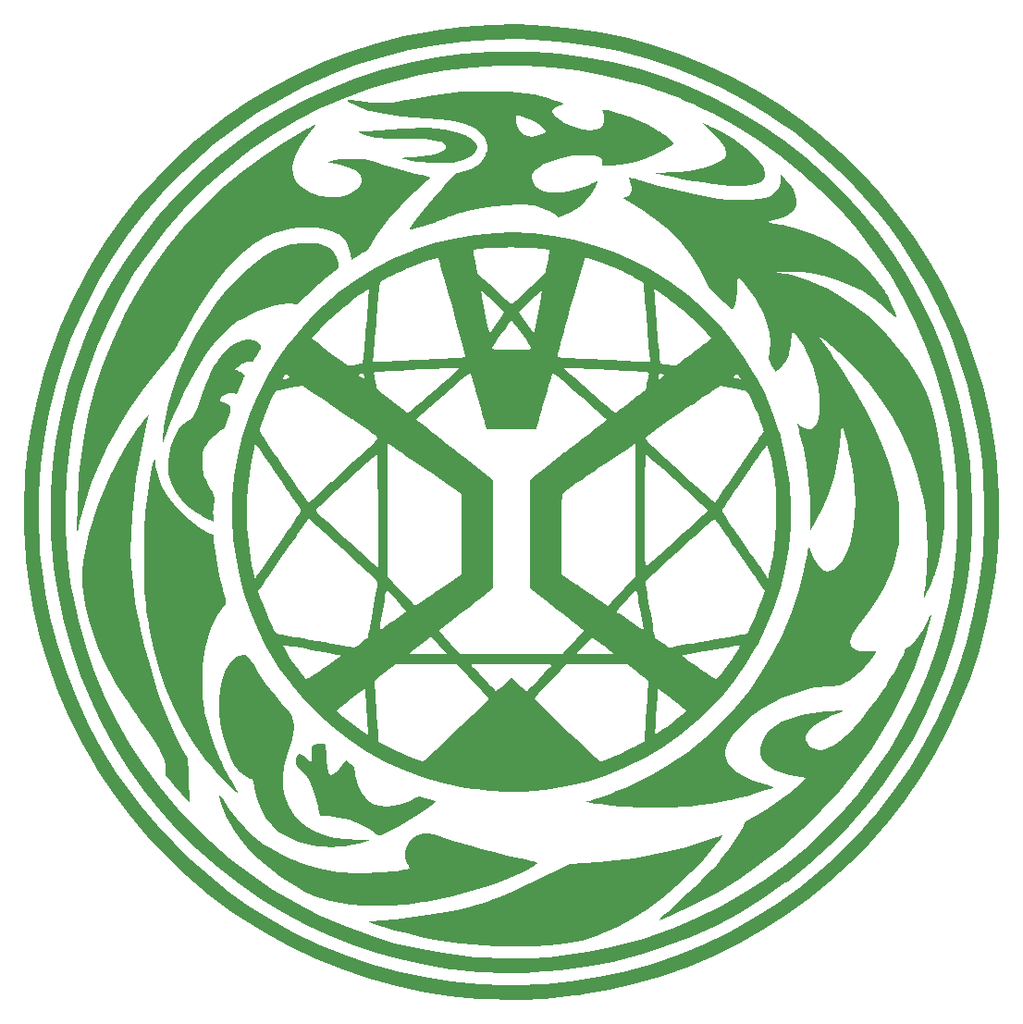
<source format=gbr>
G04 #@! TF.GenerationSoftware,KiCad,Pcbnew,(6.0.11)*
G04 #@! TF.CreationDate,2024-11-25T11:34:44+09:00*
G04 #@! TF.ProjectId,Flame60_PCB_Layer2,466c616d-6536-4305-9f50-43425f4c6179,rev?*
G04 #@! TF.SameCoordinates,Original*
G04 #@! TF.FileFunction,Legend,Bot*
G04 #@! TF.FilePolarity,Positive*
%FSLAX46Y46*%
G04 Gerber Fmt 4.6, Leading zero omitted, Abs format (unit mm)*
G04 Created by KiCad (PCBNEW (6.0.11)) date 2024-11-25 11:34:44*
%MOMM*%
%LPD*%
G01*
G04 APERTURE LIST*
G04 APERTURE END LIST*
G36*
X194772023Y-133144099D02*
G01*
X194993387Y-133192719D01*
X195036980Y-134222450D01*
X195065596Y-134693149D01*
X195126693Y-135223662D01*
X195212080Y-135626764D01*
X195320105Y-135895242D01*
X195449117Y-136021886D01*
X195504491Y-136016120D01*
X195656678Y-135916828D01*
X195890633Y-135703732D01*
X196210332Y-135373444D01*
X196856533Y-134680868D01*
X197251060Y-134949734D01*
X197346809Y-135016484D01*
X197531630Y-135166928D01*
X197621806Y-135294986D01*
X197645587Y-135435438D01*
X197661673Y-135677513D01*
X197726749Y-136080698D01*
X197829241Y-136522460D01*
X197955579Y-136946268D01*
X198092189Y-137295591D01*
X198247993Y-137582214D01*
X198604212Y-138045634D01*
X199033664Y-138421151D01*
X199504630Y-138677728D01*
X199978896Y-138808360D01*
X200607647Y-138856698D01*
X201284365Y-138790218D01*
X201983314Y-138609627D01*
X202105306Y-138567310D01*
X202480143Y-138427134D01*
X202838560Y-138280371D01*
X203117009Y-138152634D01*
X203557652Y-137930199D01*
X205095522Y-138410103D01*
X204921294Y-138569032D01*
X204902511Y-138585951D01*
X204630267Y-138805466D01*
X204251035Y-139078707D01*
X203788591Y-139390669D01*
X203266708Y-139726345D01*
X202709162Y-140070729D01*
X202139727Y-140408815D01*
X201582176Y-140725596D01*
X201060285Y-141006066D01*
X200890654Y-141093176D01*
X200546221Y-141264515D01*
X200254783Y-141402148D01*
X200042894Y-141493760D01*
X199937106Y-141527034D01*
X199834450Y-141492216D01*
X199647693Y-141386603D01*
X199427126Y-141234908D01*
X198961982Y-140918660D01*
X198102893Y-140461903D01*
X197168586Y-140104226D01*
X196191301Y-139857101D01*
X195203279Y-139731999D01*
X194451800Y-139685910D01*
X194320857Y-139015311D01*
X194295395Y-138887472D01*
X194080509Y-137981925D01*
X193828757Y-137209167D01*
X193534522Y-136556471D01*
X193192189Y-136011111D01*
X192796141Y-135560362D01*
X192603268Y-135367733D01*
X192392775Y-135114748D01*
X192282409Y-134892601D01*
X192257908Y-134667794D01*
X192305009Y-134406826D01*
X192317753Y-134360459D01*
X192398110Y-134131707D01*
X192493044Y-134017643D01*
X192625113Y-134016528D01*
X192816873Y-134126621D01*
X193090880Y-134346180D01*
X193179257Y-134420091D01*
X193400836Y-134595721D01*
X193572283Y-134717902D01*
X193662242Y-134763720D01*
X193698654Y-134708423D01*
X193710727Y-134509798D01*
X193691518Y-134165464D01*
X193674392Y-133815959D01*
X193702562Y-133521162D01*
X193794386Y-133326957D01*
X193962115Y-133209604D01*
X194218000Y-133145365D01*
X194288515Y-133136424D01*
X194554804Y-133124641D01*
X194772023Y-133144099D01*
G37*
G36*
X193747499Y-87292869D02*
G01*
X194311443Y-87350186D01*
X194765823Y-87456957D01*
X195143413Y-87623641D01*
X195476985Y-87860700D01*
X195762559Y-88164868D01*
X196006662Y-88618171D01*
X196122664Y-89149437D01*
X196161174Y-89574141D01*
X195068896Y-90449979D01*
X194842139Y-90634179D01*
X194392710Y-91010070D01*
X193934502Y-91405064D01*
X193510112Y-91782199D01*
X193162138Y-92104511D01*
X192347658Y-92883206D01*
X191694579Y-92848002D01*
X191536602Y-92842554D01*
X190935350Y-92875665D01*
X190290214Y-92995780D01*
X189585322Y-93207437D01*
X188804798Y-93515177D01*
X187932769Y-93923537D01*
X187518459Y-94137399D01*
X186971056Y-94454714D01*
X186493711Y-94786095D01*
X186041009Y-95164148D01*
X185567532Y-95621476D01*
X185422941Y-95770790D01*
X184770473Y-96504796D01*
X184150680Y-97309146D01*
X183544598Y-98209834D01*
X182933264Y-99232859D01*
X182510741Y-100011613D01*
X182033821Y-100962254D01*
X181559840Y-101975086D01*
X181108582Y-103006279D01*
X180699834Y-104011998D01*
X180353381Y-104948413D01*
X180273097Y-105173376D01*
X180173388Y-105435492D01*
X180097413Y-105614659D01*
X180057206Y-105681105D01*
X180044788Y-105649177D01*
X180043670Y-105495299D01*
X180060870Y-105238491D01*
X180093597Y-104906035D01*
X180139060Y-104525216D01*
X180194469Y-104123319D01*
X180257032Y-103727626D01*
X180266284Y-103673635D01*
X180613400Y-102034112D01*
X181084903Y-100392054D01*
X181671602Y-98765458D01*
X182364305Y-97172318D01*
X183153819Y-95630631D01*
X184030953Y-94158392D01*
X184986513Y-92773598D01*
X186011309Y-91494244D01*
X187096148Y-90338327D01*
X187523296Y-89932102D01*
X188419986Y-89162284D01*
X189294293Y-88531122D01*
X190156439Y-88033886D01*
X191016645Y-87665849D01*
X191885136Y-87422284D01*
X192772131Y-87298463D01*
X193687854Y-87289658D01*
X193747499Y-87292869D01*
G37*
G36*
X231311859Y-141525478D02*
G01*
X231311397Y-141530191D01*
X231254483Y-141636918D01*
X231111816Y-141837413D01*
X230896738Y-142115173D01*
X230622593Y-142453691D01*
X230302722Y-142836463D01*
X229950471Y-143246985D01*
X229579180Y-143668750D01*
X228390831Y-144929474D01*
X227103883Y-146148844D01*
X225778801Y-147263510D01*
X224427507Y-148264664D01*
X223061925Y-149143494D01*
X221693978Y-149891191D01*
X220335588Y-150498944D01*
X219824945Y-150690445D01*
X218397969Y-151119693D01*
X216902873Y-151421695D01*
X215352603Y-151593607D01*
X215185416Y-151604285D01*
X214164543Y-151648948D01*
X213045209Y-151667619D01*
X211868649Y-151661274D01*
X210676096Y-151630892D01*
X209508784Y-151577452D01*
X208407946Y-151501930D01*
X207414817Y-151405306D01*
X207352691Y-151398068D01*
X206178372Y-151238911D01*
X204952263Y-151033793D01*
X203708046Y-150790215D01*
X202479399Y-150515677D01*
X201300005Y-150217679D01*
X200203543Y-149903721D01*
X199223693Y-149581302D01*
X199207643Y-149575565D01*
X199015445Y-149500024D01*
X198926151Y-149442910D01*
X198949227Y-149399607D01*
X199094134Y-149365499D01*
X199370339Y-149335971D01*
X199787303Y-149306407D01*
X200087266Y-149286411D01*
X201290329Y-149187844D01*
X202501186Y-149060940D01*
X203700076Y-148909035D01*
X204867240Y-148735469D01*
X205982917Y-148543580D01*
X207027347Y-148336705D01*
X207980770Y-148118184D01*
X208823427Y-147891353D01*
X209535556Y-147659552D01*
X210136659Y-147432956D01*
X211064275Y-147059981D01*
X212065717Y-146634086D01*
X213108976Y-146169610D01*
X214162041Y-145680889D01*
X215192903Y-145182262D01*
X216169551Y-144688066D01*
X217296770Y-144103128D01*
X218574285Y-144056415D01*
X219993133Y-143973385D01*
X221591563Y-143813523D01*
X223221595Y-143586763D01*
X224853482Y-143298948D01*
X226457474Y-142955923D01*
X228003825Y-142563530D01*
X229462786Y-142127612D01*
X230804610Y-141654014D01*
X230841795Y-141639870D01*
X231080019Y-141558712D01*
X231248169Y-141517677D01*
X231311859Y-141525478D01*
G37*
G36*
X256585665Y-113586604D02*
G01*
X256574277Y-114192356D01*
X256556961Y-114719315D01*
X256533009Y-115189926D01*
X256501718Y-115626634D01*
X256462384Y-116051886D01*
X256324806Y-117263207D01*
X255944363Y-119781644D01*
X255442792Y-122221518D01*
X254816985Y-124593936D01*
X254063835Y-126910003D01*
X253180233Y-129180825D01*
X252163073Y-131417509D01*
X251984815Y-131778724D01*
X250766007Y-134056344D01*
X249428855Y-136245601D01*
X247978144Y-138342995D01*
X246418660Y-140345025D01*
X244755186Y-142248192D01*
X242992508Y-144048994D01*
X241135411Y-145743932D01*
X239188678Y-147329504D01*
X237157095Y-148802211D01*
X235045446Y-150158551D01*
X232858517Y-151395025D01*
X230601092Y-152508132D01*
X228277955Y-153494371D01*
X225893892Y-154350242D01*
X223453686Y-155072245D01*
X220962124Y-155656879D01*
X218423989Y-156100644D01*
X218287754Y-156119937D01*
X217739253Y-156190658D01*
X217098808Y-156264939D01*
X216411354Y-156338134D01*
X215721827Y-156405596D01*
X215075162Y-156462678D01*
X214516297Y-156504734D01*
X214180971Y-156520193D01*
X213720323Y-156531531D01*
X213168066Y-156538608D01*
X212553738Y-156541559D01*
X211906876Y-156540522D01*
X211257017Y-156535633D01*
X210633699Y-156527028D01*
X210066460Y-156514843D01*
X209584837Y-156499215D01*
X209218368Y-156480280D01*
X208936704Y-156460136D01*
X206300558Y-156192632D01*
X203721304Y-155786113D01*
X201197785Y-155240188D01*
X198728847Y-154554465D01*
X196313336Y-153728554D01*
X193950095Y-152762064D01*
X191637971Y-151654603D01*
X189375808Y-150405782D01*
X187162451Y-149015209D01*
X186279362Y-148409656D01*
X184242659Y-146884799D01*
X182292484Y-145240761D01*
X180435595Y-143484536D01*
X178678754Y-141623116D01*
X177028721Y-139663496D01*
X175492255Y-137612668D01*
X174076118Y-135477626D01*
X173869553Y-135142454D01*
X172593906Y-132908586D01*
X171450838Y-130607422D01*
X170442976Y-128246156D01*
X169572948Y-125831979D01*
X168843380Y-123372082D01*
X168256902Y-120873658D01*
X167816139Y-118343898D01*
X167718712Y-117648739D01*
X167630776Y-116961806D01*
X167560432Y-116323232D01*
X167505872Y-115704650D01*
X167465288Y-115077693D01*
X167436870Y-114413992D01*
X167418811Y-113685180D01*
X167409301Y-112862888D01*
X167406533Y-111918750D01*
X167406962Y-111722607D01*
X168747807Y-111722607D01*
X168750275Y-112599039D01*
X168761108Y-113455545D01*
X168780303Y-114266241D01*
X168807858Y-115005241D01*
X168843769Y-115646658D01*
X168888034Y-116164608D01*
X168955163Y-116751757D01*
X169340146Y-119347207D01*
X169862397Y-121882356D01*
X170521649Y-124356518D01*
X171317635Y-126769006D01*
X172250088Y-129119136D01*
X173318741Y-131406223D01*
X174523328Y-133629579D01*
X175863582Y-135788520D01*
X177339235Y-137882359D01*
X178107531Y-138873540D01*
X179531019Y-140555718D01*
X181067439Y-142195298D01*
X182694101Y-143770741D01*
X184388315Y-145260507D01*
X186127392Y-146643056D01*
X187888641Y-147896850D01*
X189811318Y-149114709D01*
X192030246Y-150354617D01*
X194306449Y-151455734D01*
X196638842Y-152417691D01*
X199026339Y-153240118D01*
X201467854Y-153922644D01*
X203962300Y-154464900D01*
X206508593Y-154866515D01*
X209105646Y-155127120D01*
X209382632Y-155143679D01*
X209905195Y-155163972D01*
X210525644Y-155178606D01*
X211212969Y-155187598D01*
X211936161Y-155190963D01*
X212664208Y-155188718D01*
X213366102Y-155180880D01*
X214010831Y-155167465D01*
X214567387Y-155148490D01*
X215004758Y-155123972D01*
X217443226Y-154877581D01*
X219983440Y-154477836D01*
X222475841Y-153936639D01*
X224917395Y-153255243D01*
X227305067Y-152434900D01*
X229635821Y-151476865D01*
X231906623Y-150382392D01*
X234114438Y-149152732D01*
X236256231Y-147789140D01*
X238328967Y-146292869D01*
X240329610Y-144665173D01*
X240479239Y-144534748D01*
X241028394Y-144037257D01*
X241637941Y-143460910D01*
X242282964Y-142830961D01*
X242938547Y-142172663D01*
X243579774Y-141511270D01*
X244181729Y-140872036D01*
X244719496Y-140280214D01*
X245168158Y-139761058D01*
X245418621Y-139458281D01*
X247000812Y-137414433D01*
X248446685Y-135307365D01*
X249756278Y-133136991D01*
X250929625Y-130903226D01*
X251966763Y-128605984D01*
X252867728Y-126245178D01*
X253632556Y-123820724D01*
X254261284Y-121332535D01*
X254753948Y-118780525D01*
X255110584Y-116164608D01*
X255136637Y-115889920D01*
X255176038Y-115302151D01*
X255207059Y-114604878D01*
X255229704Y-113823987D01*
X255243975Y-112985363D01*
X255249875Y-112114893D01*
X255247407Y-111238461D01*
X255236574Y-110381955D01*
X255217379Y-109571258D01*
X255189824Y-108832259D01*
X255153913Y-108190841D01*
X255109648Y-107672892D01*
X255056051Y-107197284D01*
X254723335Y-104837903D01*
X254286747Y-102566656D01*
X253740985Y-100361625D01*
X253080748Y-98200891D01*
X252300731Y-96062537D01*
X252193488Y-95790782D01*
X252025497Y-95367700D01*
X251886649Y-95024861D01*
X251761336Y-94726263D01*
X251633953Y-94435909D01*
X251488893Y-94117798D01*
X251310551Y-93735932D01*
X251083319Y-93254311D01*
X250725634Y-92521663D01*
X250001900Y-91151241D01*
X249200107Y-89756126D01*
X248346461Y-88379465D01*
X247467169Y-87064404D01*
X246588439Y-85854090D01*
X245591744Y-84596757D01*
X244190910Y-82980340D01*
X242697279Y-81411383D01*
X241132367Y-79910306D01*
X239517692Y-78497531D01*
X237874772Y-77193480D01*
X236225123Y-76018574D01*
X235588034Y-75599343D01*
X233429662Y-74291260D01*
X231207041Y-73111458D01*
X228928638Y-72063071D01*
X226602917Y-71149232D01*
X224238345Y-70373073D01*
X221843388Y-69737727D01*
X219426510Y-69246329D01*
X216996178Y-68902010D01*
X215205034Y-68739248D01*
X212645868Y-68630518D01*
X210099613Y-68667556D01*
X207572260Y-68849528D01*
X205069800Y-69175599D01*
X202598225Y-69644936D01*
X200163527Y-70256705D01*
X197771695Y-71010071D01*
X195428723Y-71904201D01*
X195244948Y-71981148D01*
X192968908Y-73013358D01*
X190789615Y-74153519D01*
X188698314Y-75407579D01*
X186686247Y-76781488D01*
X184744660Y-78281196D01*
X182864794Y-79912651D01*
X181037894Y-81681804D01*
X180030411Y-82742337D01*
X178397406Y-84619536D01*
X176895635Y-86561135D01*
X175518265Y-88576774D01*
X174258461Y-90676099D01*
X173109389Y-92868750D01*
X172686687Y-93757235D01*
X171737674Y-95961553D01*
X170920779Y-98191449D01*
X170231640Y-100462227D01*
X169665889Y-102789191D01*
X169219164Y-105187645D01*
X168887099Y-107672892D01*
X168861045Y-107947580D01*
X168821644Y-108535349D01*
X168790623Y-109232622D01*
X168767978Y-110013513D01*
X168753707Y-110852137D01*
X168747807Y-111722607D01*
X167406962Y-111722607D01*
X167408377Y-111076563D01*
X167414661Y-110323377D01*
X167426037Y-109679777D01*
X167443152Y-109124983D01*
X167466655Y-108638212D01*
X167497193Y-108198683D01*
X167535415Y-107785614D01*
X167669138Y-106619656D01*
X168047541Y-104109922D01*
X168543325Y-101682000D01*
X169160507Y-99322864D01*
X169903103Y-97019492D01*
X170775129Y-94758860D01*
X171780602Y-92527944D01*
X172923538Y-90313720D01*
X173577112Y-89167937D01*
X174869503Y-87121737D01*
X176290994Y-85126743D01*
X177829701Y-83197493D01*
X179473743Y-81348523D01*
X181211234Y-79594370D01*
X183030293Y-77949574D01*
X183789663Y-77315214D01*
X185836354Y-75739408D01*
X187961381Y-74290768D01*
X190160296Y-72971362D01*
X192428651Y-71783262D01*
X194761998Y-70728538D01*
X197155887Y-69809259D01*
X199605871Y-69027497D01*
X202107502Y-68385320D01*
X204656332Y-67884801D01*
X204972572Y-67833201D01*
X207517636Y-67502249D01*
X210066269Y-67318852D01*
X212612078Y-67281469D01*
X215148672Y-67388560D01*
X217669655Y-67638582D01*
X220168636Y-68029995D01*
X222639221Y-68561259D01*
X225075017Y-69230832D01*
X227469631Y-70037173D01*
X229816670Y-70978742D01*
X232109740Y-72053997D01*
X234342448Y-73261398D01*
X236508402Y-74599404D01*
X238601208Y-76066473D01*
X240213384Y-77325537D01*
X242161251Y-79013372D01*
X244000574Y-80800080D01*
X245728249Y-82680465D01*
X247341172Y-84649332D01*
X248836240Y-86701485D01*
X250210349Y-88831730D01*
X251460395Y-91034871D01*
X252583275Y-93305713D01*
X253575884Y-95639060D01*
X254435119Y-98029718D01*
X255157877Y-100472492D01*
X255741052Y-102962184D01*
X256181543Y-105493602D01*
X256260564Y-106054262D01*
X256352727Y-106762248D01*
X256426719Y-107418302D01*
X256484402Y-108051301D01*
X256527637Y-108690123D01*
X256558286Y-109363644D01*
X256578211Y-110100742D01*
X256589273Y-110930294D01*
X256593334Y-111881176D01*
X256593468Y-112048941D01*
X256593338Y-112114893D01*
X256591827Y-112879615D01*
X256585665Y-113586604D01*
G37*
G36*
X185345476Y-137831033D02*
G01*
X185468837Y-137999169D01*
X185631030Y-138262366D01*
X186176145Y-139103903D01*
X186867448Y-139993143D01*
X187646157Y-140847868D01*
X188481570Y-141634517D01*
X189342982Y-142319531D01*
X189793506Y-142618535D01*
X190379025Y-142960894D01*
X191026418Y-143303080D01*
X191692827Y-143623551D01*
X192335395Y-143900766D01*
X192911267Y-144113180D01*
X193580915Y-144313720D01*
X194440608Y-144530666D01*
X195318243Y-144714277D01*
X196142628Y-144848357D01*
X196219432Y-144858112D01*
X196745922Y-144904590D01*
X197380029Y-144933556D01*
X198086252Y-144945538D01*
X198829091Y-144941064D01*
X199573044Y-144920665D01*
X200282611Y-144884869D01*
X200922292Y-144834204D01*
X201456585Y-144769200D01*
X201768596Y-144721504D01*
X202157240Y-144660298D01*
X202425522Y-144610597D01*
X202590618Y-144564419D01*
X202669708Y-144513784D01*
X202679970Y-144450713D01*
X202638583Y-144367225D01*
X202562724Y-144255339D01*
X202435364Y-144034308D01*
X202285940Y-143634225D01*
X202230029Y-143250289D01*
X202238799Y-143107890D01*
X202333938Y-142709608D01*
X202513551Y-142306883D01*
X202752466Y-141961795D01*
X202938857Y-141773694D01*
X203354033Y-141493296D01*
X203830679Y-141339890D01*
X204374494Y-141312842D01*
X204991173Y-141411516D01*
X205686415Y-141635279D01*
X206365913Y-141883264D01*
X207222308Y-142164452D01*
X208193100Y-142456445D01*
X209260430Y-142754270D01*
X210406436Y-143052956D01*
X211613261Y-143347531D01*
X212863042Y-143633024D01*
X212900619Y-143641330D01*
X213346071Y-143741573D01*
X213742602Y-143833935D01*
X214065712Y-143912470D01*
X214290899Y-143971237D01*
X214393663Y-144004293D01*
X214406623Y-144063357D01*
X214296533Y-144168436D01*
X214055498Y-144325962D01*
X213957966Y-144383915D01*
X213169140Y-144807544D01*
X212255048Y-145230475D01*
X211237529Y-145645534D01*
X210138423Y-146045548D01*
X208979569Y-146423341D01*
X207782807Y-146771741D01*
X206569974Y-147083572D01*
X205362911Y-147351662D01*
X204183456Y-147568836D01*
X203849185Y-147622553D01*
X203376322Y-147694161D01*
X202917431Y-147756980D01*
X202431565Y-147816192D01*
X201877776Y-147876981D01*
X201215113Y-147944529D01*
X201094344Y-147953775D01*
X200742567Y-147965923D01*
X200288348Y-147968605D01*
X199763277Y-147962829D01*
X199198948Y-147949600D01*
X198626950Y-147929926D01*
X198078876Y-147904811D01*
X197586316Y-147875263D01*
X197180863Y-147842288D01*
X196894107Y-147806892D01*
X196371577Y-147714262D01*
X195420000Y-147510212D01*
X194565108Y-147269924D01*
X193771696Y-146979700D01*
X193004562Y-146625843D01*
X192228501Y-146194655D01*
X191408309Y-145672440D01*
X191292665Y-145594747D01*
X190709359Y-145194303D01*
X190214573Y-144835154D01*
X189772956Y-144488546D01*
X189349161Y-144125723D01*
X188907836Y-143717932D01*
X188413634Y-143236416D01*
X187785166Y-142579500D01*
X187095176Y-141749971D01*
X186508155Y-140900061D01*
X186000159Y-139997637D01*
X185952463Y-139901859D01*
X185762254Y-139485782D01*
X185588692Y-139055547D01*
X185441753Y-138640940D01*
X185331411Y-138271748D01*
X185267643Y-137977757D01*
X185260421Y-137788751D01*
X185273181Y-137773591D01*
X185345476Y-137831033D01*
G37*
G36*
X194050739Y-76482927D02*
G01*
X193963692Y-76611471D01*
X193812061Y-76813406D01*
X193613215Y-77064922D01*
X193116387Y-77720782D01*
X192635172Y-78470331D01*
X192279825Y-79175774D01*
X192051953Y-79832281D01*
X191953164Y-80435024D01*
X191985068Y-80979177D01*
X192149271Y-81459912D01*
X192232899Y-81603001D01*
X192562682Y-81991849D01*
X193017156Y-82349758D01*
X193577866Y-82663749D01*
X194226356Y-82920840D01*
X194351029Y-82959608D01*
X194688554Y-83039297D01*
X195052419Y-83081439D01*
X195503871Y-83094353D01*
X195585908Y-83094138D01*
X196162288Y-83062719D01*
X196649209Y-82969580D01*
X197093821Y-82802079D01*
X197543275Y-82547575D01*
X197754283Y-82398219D01*
X198079747Y-82085656D01*
X198268798Y-81766309D01*
X198318841Y-81449927D01*
X198227276Y-81146261D01*
X197991506Y-80865063D01*
X197689333Y-80658958D01*
X197279988Y-80455850D01*
X196807642Y-80271434D01*
X196315787Y-80120817D01*
X195847912Y-80019106D01*
X195447510Y-79981407D01*
X195362468Y-79979764D01*
X195200942Y-79958344D01*
X195177384Y-79915945D01*
X195284426Y-79857387D01*
X195514696Y-79787491D01*
X195860823Y-79711077D01*
X196247032Y-79649362D01*
X196871168Y-79595715D01*
X197608013Y-79580901D01*
X197833618Y-79582201D01*
X198146779Y-79587530D01*
X198412152Y-79601819D01*
X198656856Y-79630808D01*
X198908009Y-79680238D01*
X199192727Y-79755847D01*
X199538129Y-79863377D01*
X199971331Y-80008566D01*
X200519451Y-80197155D01*
X200890919Y-80317246D01*
X201398652Y-80467273D01*
X201976345Y-80627590D01*
X202583834Y-80787636D01*
X203180958Y-80936850D01*
X203727553Y-81064674D01*
X204183456Y-81160545D01*
X204286358Y-81183864D01*
X204455022Y-81242858D01*
X204521622Y-81299714D01*
X204520789Y-81304048D01*
X204455282Y-81389993D01*
X204300327Y-81550590D01*
X204077335Y-81764523D01*
X203807717Y-82010475D01*
X203187026Y-82571681D01*
X202459491Y-83257079D01*
X201819803Y-83899122D01*
X201247373Y-84521487D01*
X200721609Y-85147851D01*
X200221920Y-85801891D01*
X199727715Y-86507285D01*
X199218404Y-87287711D01*
X199103183Y-87467804D01*
X198939045Y-87706987D01*
X198787903Y-87884827D01*
X198613874Y-88035281D01*
X198381072Y-88192303D01*
X198053611Y-88389848D01*
X197307421Y-88831916D01*
X197249769Y-88336812D01*
X197201187Y-88034113D01*
X197016418Y-87460908D01*
X196716912Y-86977550D01*
X196298190Y-86579241D01*
X195755776Y-86261187D01*
X195085192Y-86018592D01*
X195051587Y-86009542D01*
X194658154Y-85938169D01*
X194159660Y-85893497D01*
X193594807Y-85875121D01*
X193002300Y-85882638D01*
X192420841Y-85915646D01*
X191889134Y-85973741D01*
X191445883Y-86056519D01*
X191289299Y-86096277D01*
X190275956Y-86420118D01*
X189324152Y-86848788D01*
X188414844Y-87393476D01*
X187528989Y-88065368D01*
X186647544Y-88875655D01*
X186434646Y-89092354D01*
X185764654Y-89832210D01*
X185090613Y-90666125D01*
X184406753Y-91602628D01*
X183707302Y-92650248D01*
X182986488Y-93817515D01*
X182238540Y-95112957D01*
X181457687Y-96545104D01*
X181417053Y-96619472D01*
X181165562Y-97027620D01*
X180864278Y-97454525D01*
X180562328Y-97829701D01*
X179467780Y-99130477D01*
X178206797Y-100776774D01*
X177043830Y-102465335D01*
X175985448Y-104183971D01*
X175038220Y-105920496D01*
X174208715Y-107662722D01*
X173503503Y-109398463D01*
X172929151Y-111115530D01*
X172492229Y-112801738D01*
X172483210Y-112842659D01*
X172404779Y-113185775D01*
X172336031Y-113465299D01*
X172284099Y-113653414D01*
X172256118Y-113722300D01*
X172248644Y-113704508D01*
X172238529Y-113566031D01*
X172234706Y-113306694D01*
X172236560Y-112946110D01*
X172243478Y-112503890D01*
X172254847Y-111999646D01*
X172270053Y-111452989D01*
X172288482Y-110883531D01*
X172309522Y-110310883D01*
X172332559Y-109754657D01*
X172356979Y-109234465D01*
X172382169Y-108769917D01*
X172407516Y-108380627D01*
X172432406Y-108086206D01*
X172446484Y-107949882D01*
X172776088Y-105487213D01*
X173242458Y-103085816D01*
X173846358Y-100743047D01*
X174588551Y-98456263D01*
X175469801Y-96222820D01*
X176490873Y-94040074D01*
X176539247Y-93944713D01*
X177714812Y-91799123D01*
X179013000Y-89738310D01*
X180429485Y-87766705D01*
X181959940Y-85888737D01*
X183600039Y-84108837D01*
X185345455Y-82431433D01*
X187191862Y-80860957D01*
X189134933Y-79401837D01*
X191170342Y-78058505D01*
X193293763Y-76835389D01*
X193537300Y-76706278D01*
X193795747Y-76573082D01*
X193980531Y-76482410D01*
X194062479Y-76448927D01*
X194050739Y-76482927D01*
G37*
G36*
X205118925Y-76813626D02*
G01*
X205889539Y-76903502D01*
X206597978Y-77033953D01*
X207231737Y-77201071D01*
X207778309Y-77400947D01*
X208225190Y-77629671D01*
X208559874Y-77883335D01*
X208769855Y-78158029D01*
X208842628Y-78449845D01*
X208832700Y-78595628D01*
X208716595Y-78934828D01*
X208467437Y-79229614D01*
X208081940Y-79482377D01*
X207556818Y-79695508D01*
X206888782Y-79871400D01*
X206670811Y-79907328D01*
X206225903Y-79945867D01*
X205689748Y-79962732D01*
X205097436Y-79958921D01*
X204484053Y-79935434D01*
X203884689Y-79893270D01*
X203334431Y-79833429D01*
X202868368Y-79756908D01*
X202576766Y-79694464D01*
X202285032Y-79625733D01*
X202076034Y-79569172D01*
X201982185Y-79532971D01*
X201983120Y-79525545D01*
X202077309Y-79501250D01*
X202288054Y-79475033D01*
X202590329Y-79449592D01*
X202959108Y-79427626D01*
X203682390Y-79377029D01*
X204377637Y-79292578D01*
X204959741Y-79180066D01*
X205419722Y-79041697D01*
X205748602Y-78879676D01*
X205937402Y-78696209D01*
X205977535Y-78606837D01*
X205969622Y-78397596D01*
X205823067Y-78203568D01*
X205546026Y-78038461D01*
X205327116Y-77959877D01*
X204994827Y-77880934D01*
X204579087Y-77819877D01*
X204066629Y-77775618D01*
X203444189Y-77747070D01*
X202698500Y-77733145D01*
X201816297Y-77732758D01*
X201782069Y-77732967D01*
X201054944Y-77733493D01*
X200455491Y-77723795D01*
X199962193Y-77701208D01*
X199553528Y-77663068D01*
X199207978Y-77606710D01*
X198904024Y-77529470D01*
X198620146Y-77428683D01*
X198334825Y-77301686D01*
X197908604Y-77096739D01*
X198960675Y-77038405D01*
X199002111Y-77036090D01*
X199500357Y-77006417D01*
X200074169Y-76969631D01*
X200655809Y-76930188D01*
X201177539Y-76892546D01*
X201206421Y-76890391D01*
X201745157Y-76854188D01*
X202349855Y-76819556D01*
X202948618Y-76790328D01*
X203469551Y-76770337D01*
X204298641Y-76768235D01*
X205118925Y-76813626D01*
G37*
G36*
X187473214Y-124996089D02*
G01*
X187651058Y-125024123D01*
X187811327Y-125100457D01*
X187970863Y-125242373D01*
X188146513Y-125467152D01*
X188355121Y-125792077D01*
X188613532Y-126234430D01*
X188836016Y-126612835D01*
X189154801Y-127113145D01*
X189506067Y-127614084D01*
X189908912Y-128141398D01*
X190382436Y-128720829D01*
X190945738Y-129378124D01*
X191205784Y-129678952D01*
X191480927Y-130008339D01*
X191679530Y-130265450D01*
X191816823Y-130471722D01*
X191908039Y-130648593D01*
X191968408Y-130817500D01*
X192004818Y-130957837D01*
X192079214Y-131579621D01*
X192036757Y-132266699D01*
X191879918Y-132998764D01*
X191611167Y-133755507D01*
X191391993Y-134333953D01*
X191149446Y-135270370D01*
X191048325Y-136192706D01*
X191088660Y-137091852D01*
X191270484Y-137958698D01*
X191593826Y-138784135D01*
X191664011Y-138922382D01*
X192108322Y-139633419D01*
X192645223Y-140243696D01*
X193279105Y-140755335D01*
X194014361Y-141170460D01*
X194855380Y-141491193D01*
X195806554Y-141719657D01*
X196872273Y-141857973D01*
X198056929Y-141908264D01*
X199035823Y-141913755D01*
X198622510Y-142061175D01*
X198581350Y-142075652D01*
X198036893Y-142239380D01*
X197414655Y-142384693D01*
X196781385Y-142495834D01*
X196572275Y-142520844D01*
X196055892Y-142555251D01*
X195471397Y-142566705D01*
X194872928Y-142555713D01*
X194314622Y-142522781D01*
X193850616Y-142468415D01*
X193421399Y-142386966D01*
X192447111Y-142106311D01*
X191564486Y-141710839D01*
X190778612Y-141205535D01*
X190094579Y-140595385D01*
X189517475Y-139885374D01*
X189052389Y-139080488D01*
X188704411Y-138185710D01*
X188478629Y-137206028D01*
X188443345Y-136987250D01*
X188391623Y-136688213D01*
X188349807Y-136499158D01*
X188309966Y-136395081D01*
X188264165Y-136350972D01*
X188204473Y-136341827D01*
X188061526Y-136314415D01*
X187802139Y-136193082D01*
X187509214Y-135997498D01*
X187218675Y-135752576D01*
X186966445Y-135483229D01*
X186945464Y-135457171D01*
X186634908Y-135032462D01*
X186371279Y-134582543D01*
X186132949Y-134066078D01*
X185898289Y-133441731D01*
X185882522Y-133395990D01*
X185566611Y-132322901D01*
X185350255Y-131250098D01*
X185233784Y-130195999D01*
X185217533Y-129179024D01*
X185301834Y-128217590D01*
X185487021Y-127330116D01*
X185773426Y-126535022D01*
X186004907Y-126087390D01*
X186327413Y-125624470D01*
X186675420Y-125281247D01*
X187038182Y-125067870D01*
X187404950Y-124994490D01*
X187473214Y-124996089D01*
G37*
G36*
X237100306Y-81464590D02*
G01*
X237470948Y-81900245D01*
X237816078Y-82427699D01*
X238029156Y-82929664D01*
X238109155Y-83398959D01*
X238055047Y-83828408D01*
X237865804Y-84210830D01*
X237540399Y-84539049D01*
X237199624Y-84756865D01*
X236626926Y-85009240D01*
X235948169Y-85202829D01*
X235863061Y-85222045D01*
X235611633Y-85282703D01*
X235441114Y-85329981D01*
X235384559Y-85354955D01*
X235407726Y-85363218D01*
X235547901Y-85395987D01*
X235784659Y-85444435D01*
X236083752Y-85501391D01*
X236798914Y-85645365D01*
X238345758Y-86047177D01*
X239787352Y-86552910D01*
X241122597Y-87161887D01*
X242350398Y-87873430D01*
X243469659Y-88686862D01*
X244479281Y-89601504D01*
X245378169Y-90616679D01*
X246165225Y-91731709D01*
X246231241Y-91840015D01*
X246419535Y-92175843D01*
X246615529Y-92557381D01*
X246805857Y-92955066D01*
X246977156Y-93339338D01*
X247116059Y-93680635D01*
X247209202Y-93949395D01*
X247243220Y-94116059D01*
X247207235Y-94113716D01*
X247084482Y-94027042D01*
X246895189Y-93865933D01*
X246660823Y-93647658D01*
X246182480Y-93204992D01*
X245147557Y-92374508D01*
X244060296Y-91673867D01*
X242899423Y-91090192D01*
X241643666Y-90610606D01*
X240910269Y-90386252D01*
X240128498Y-90194376D01*
X239346603Y-90058994D01*
X238515651Y-89971831D01*
X237586711Y-89924615D01*
X237547750Y-89923457D01*
X237111242Y-89913027D01*
X236736600Y-89908608D01*
X236445904Y-89910107D01*
X236261235Y-89917429D01*
X236204675Y-89930481D01*
X236229608Y-89943351D01*
X236375587Y-89983954D01*
X236617339Y-90035056D01*
X236918581Y-90088618D01*
X237216724Y-90140498D01*
X237938220Y-90297047D01*
X238635073Y-90498812D01*
X239342584Y-90758208D01*
X240096057Y-91087649D01*
X240930794Y-91499550D01*
X242019888Y-92102676D01*
X243351513Y-92973005D01*
X244599675Y-93952122D01*
X245790462Y-95059134D01*
X246029808Y-95304039D01*
X246827235Y-96181799D01*
X247585097Y-97109456D01*
X248288823Y-98065297D01*
X248923843Y-99027607D01*
X249475585Y-99974671D01*
X249929479Y-100884775D01*
X250270953Y-101736206D01*
X250513711Y-102516510D01*
X250780369Y-103569932D01*
X251016298Y-104721891D01*
X251218924Y-105945849D01*
X251385675Y-107215269D01*
X251513979Y-108503613D01*
X251601264Y-109784341D01*
X251644958Y-111030917D01*
X251642487Y-112216801D01*
X251591281Y-113315456D01*
X251488766Y-114300343D01*
X251363230Y-115066479D01*
X251189067Y-115916583D01*
X250986613Y-116744088D01*
X250770273Y-117485147D01*
X250735798Y-117588214D01*
X250620652Y-117902083D01*
X250480706Y-118252953D01*
X250327381Y-118615565D01*
X250172094Y-118964659D01*
X250026265Y-119274973D01*
X249901313Y-119521249D01*
X249808655Y-119678227D01*
X249759712Y-119720646D01*
X249753883Y-119688120D01*
X249760817Y-119533776D01*
X249786935Y-119285053D01*
X249829032Y-118976356D01*
X249889466Y-118542772D01*
X250041532Y-116931494D01*
X250091605Y-115272941D01*
X250040577Y-113607329D01*
X249889344Y-111974873D01*
X249638798Y-110415791D01*
X249537269Y-109934396D01*
X249078332Y-108212653D01*
X248477977Y-106516238D01*
X247742866Y-104856824D01*
X246879662Y-103246083D01*
X245895031Y-101695691D01*
X244795635Y-100217319D01*
X243588138Y-98822641D01*
X242279205Y-97523332D01*
X241991981Y-97264381D01*
X241652424Y-96968369D01*
X241308951Y-96677698D01*
X240980987Y-96408064D01*
X240687958Y-96175160D01*
X240449288Y-95994681D01*
X240284404Y-95882321D01*
X240212731Y-95853775D01*
X240224742Y-95910853D01*
X240305300Y-96058682D01*
X240438281Y-96258431D01*
X240518219Y-96372595D01*
X240686214Y-96616941D01*
X240911726Y-96947857D01*
X241179936Y-97343522D01*
X241476028Y-97782118D01*
X241785186Y-98241827D01*
X242307748Y-99033857D01*
X243414212Y-100814886D01*
X244390153Y-102542505D01*
X245234510Y-104214534D01*
X245946218Y-105828790D01*
X246524215Y-107383093D01*
X246967436Y-108875259D01*
X246972511Y-108895008D01*
X247143664Y-109583614D01*
X247274065Y-110171547D01*
X247368976Y-110700088D01*
X247433656Y-111210520D01*
X247473367Y-111744122D01*
X247493369Y-112342178D01*
X247498922Y-113045969D01*
X247498458Y-113361212D01*
X247493955Y-113865961D01*
X247482898Y-114266863D01*
X247463138Y-114594399D01*
X247432529Y-114879055D01*
X247388924Y-115151312D01*
X247330176Y-115441655D01*
X247237233Y-115844447D01*
X246942075Y-116873375D01*
X246567218Y-117864030D01*
X246101812Y-118837701D01*
X245535006Y-119815673D01*
X244855951Y-120819234D01*
X244053796Y-121869672D01*
X243982988Y-121958574D01*
X243554883Y-122534408D01*
X243247092Y-123029533D01*
X243058211Y-123450241D01*
X242986837Y-123802819D01*
X243031567Y-124093559D01*
X243190998Y-124328750D01*
X243463726Y-124514682D01*
X243512179Y-124537478D01*
X243682615Y-124595983D01*
X243895981Y-124631856D01*
X244187965Y-124649470D01*
X244594255Y-124653199D01*
X244898379Y-124655209D01*
X245179103Y-124664058D01*
X245369529Y-124678386D01*
X245439670Y-124696650D01*
X245439562Y-124697676D01*
X245390162Y-124775024D01*
X245263470Y-124942339D01*
X245078081Y-125175716D01*
X244852592Y-125451254D01*
X244809539Y-125502922D01*
X244316937Y-126060396D01*
X243820762Y-126564486D01*
X243341591Y-126996533D01*
X242899997Y-127337876D01*
X242516558Y-127569854D01*
X242388648Y-127631338D01*
X242191821Y-127713805D01*
X241997564Y-127770275D01*
X241767674Y-127808269D01*
X241463949Y-127835308D01*
X241048187Y-127858912D01*
X240652417Y-127885471D01*
X240199624Y-127928990D01*
X239785329Y-127981298D01*
X239465409Y-128036139D01*
X238800154Y-128197374D01*
X237785508Y-128517563D01*
X236794355Y-128916267D01*
X235842536Y-129383101D01*
X234945892Y-129907675D01*
X234120267Y-130479602D01*
X233381500Y-131088495D01*
X232745435Y-131723966D01*
X232227912Y-132375627D01*
X231844773Y-133033091D01*
X231825945Y-133073208D01*
X231656685Y-133486226D01*
X231574913Y-133832384D01*
X231574499Y-134157994D01*
X231649311Y-134509369D01*
X231832416Y-134911942D01*
X232163774Y-135325848D01*
X232625842Y-135717742D01*
X233208690Y-136081482D01*
X233902384Y-136410924D01*
X234696991Y-136699922D01*
X235582580Y-136942335D01*
X235745759Y-136987724D01*
X235890037Y-137049349D01*
X235920746Y-137098190D01*
X235835744Y-137146851D01*
X235620202Y-137234304D01*
X235302384Y-137347154D01*
X234905635Y-137478240D01*
X234453297Y-137620406D01*
X233968713Y-137766493D01*
X233475227Y-137909342D01*
X232996182Y-138041796D01*
X232554921Y-138156697D01*
X232174786Y-138246886D01*
X231996944Y-138285807D01*
X231077937Y-138473813D01*
X230213894Y-138624709D01*
X229336411Y-138749524D01*
X228377088Y-138859289D01*
X228338131Y-138863145D01*
X227963030Y-138889418D01*
X227469469Y-138910010D01*
X226881874Y-138925032D01*
X226224671Y-138934595D01*
X225522286Y-138938808D01*
X224799147Y-138937781D01*
X224079679Y-138931626D01*
X223388309Y-138920452D01*
X222749463Y-138904369D01*
X222187567Y-138883488D01*
X221727048Y-138857918D01*
X221392332Y-138827771D01*
X221235461Y-138808310D01*
X220648494Y-138732097D01*
X220116194Y-138657728D01*
X219657501Y-138588179D01*
X219291353Y-138526425D01*
X219036690Y-138475442D01*
X218912451Y-138438203D01*
X218901467Y-138432036D01*
X218841268Y-138384993D01*
X218921397Y-138373106D01*
X218939222Y-138371773D01*
X219106742Y-138334730D01*
X219385287Y-138253307D01*
X219750606Y-138135991D01*
X220178450Y-137991266D01*
X220644570Y-137827619D01*
X221124718Y-137653533D01*
X221594643Y-137477494D01*
X222030096Y-137307988D01*
X222406829Y-137153500D01*
X222949575Y-136916069D01*
X224762538Y-136019122D01*
X226492349Y-135000353D01*
X228134518Y-133865210D01*
X229684557Y-132619143D01*
X231137979Y-131267602D01*
X232490294Y-129816037D01*
X233737015Y-128269896D01*
X234873653Y-126634630D01*
X235895720Y-124915687D01*
X236798727Y-123118518D01*
X237578187Y-121248572D01*
X238229610Y-119311299D01*
X238748508Y-117312148D01*
X238751148Y-117300266D01*
X238843027Y-116873963D01*
X238930200Y-116447356D01*
X239002940Y-116069354D01*
X239051516Y-115788868D01*
X239105336Y-115452594D01*
X239154857Y-115214383D01*
X239203845Y-115115778D01*
X239263221Y-115151940D01*
X239343902Y-115318027D01*
X239456808Y-115609200D01*
X239457292Y-115610484D01*
X239719610Y-116208847D01*
X240007783Y-116687588D01*
X240315108Y-117039039D01*
X240634883Y-117255532D01*
X240960406Y-117329401D01*
X241162625Y-117312673D01*
X241432979Y-117220029D01*
X241704924Y-117029725D01*
X242010752Y-116723118D01*
X242323310Y-116314930D01*
X242672507Y-115676248D01*
X242960686Y-114920994D01*
X243185850Y-114061713D01*
X243346003Y-113110949D01*
X243439148Y-112081246D01*
X243463289Y-110985150D01*
X243416430Y-109835203D01*
X243296574Y-108643952D01*
X243289156Y-108587786D01*
X243221228Y-108126911D01*
X243135448Y-107615827D01*
X243036183Y-107074363D01*
X242927796Y-106522346D01*
X242814654Y-105979602D01*
X242701121Y-105465959D01*
X242591563Y-105001245D01*
X242490344Y-104605286D01*
X242401831Y-104297911D01*
X242330387Y-104098945D01*
X242280378Y-104028217D01*
X242279691Y-104028257D01*
X242245431Y-104099754D01*
X242208042Y-104281677D01*
X242175496Y-104535466D01*
X242168720Y-104603374D01*
X242034471Y-105799585D01*
X241882817Y-106868290D01*
X241708943Y-107830638D01*
X241508035Y-108707781D01*
X241275277Y-109520872D01*
X241005854Y-110291060D01*
X240694953Y-111039498D01*
X240602090Y-111241981D01*
X240431991Y-111596427D01*
X240241040Y-111979571D01*
X240041643Y-112368021D01*
X239846206Y-112738387D01*
X239667134Y-113067280D01*
X239516834Y-113331308D01*
X239407711Y-113507083D01*
X239352172Y-113571213D01*
X239345671Y-113552234D01*
X239336719Y-113414801D01*
X239332915Y-113166271D01*
X239334498Y-112832516D01*
X239341707Y-112439407D01*
X239346660Y-112159284D01*
X239316369Y-110674153D01*
X239197472Y-109133301D01*
X238995947Y-107584575D01*
X238717773Y-106075818D01*
X238368930Y-104654877D01*
X238297089Y-104396985D01*
X238221160Y-104118919D01*
X238169433Y-103922693D01*
X238150320Y-103839682D01*
X238196493Y-103855382D01*
X238333584Y-103940001D01*
X238529792Y-104075647D01*
X238826848Y-104256567D01*
X239169986Y-104364420D01*
X239466380Y-104329591D01*
X239716099Y-104152025D01*
X239919212Y-103831669D01*
X240075787Y-103368467D01*
X240185894Y-102762366D01*
X240221932Y-102370411D01*
X240215193Y-101482011D01*
X240101410Y-100538433D01*
X239888067Y-99565410D01*
X239582644Y-98588669D01*
X239192622Y-97633943D01*
X238725483Y-96726961D01*
X238188708Y-95893454D01*
X238134858Y-95819456D01*
X237933514Y-95559085D01*
X237798827Y-95420159D01*
X237722932Y-95396051D01*
X237697966Y-95480140D01*
X237688918Y-95617461D01*
X237655762Y-95902121D01*
X237605012Y-96258659D01*
X237543707Y-96643461D01*
X237478887Y-97012915D01*
X237417593Y-97323406D01*
X237366864Y-97531321D01*
X237357404Y-97561694D01*
X237145524Y-98044592D01*
X236842706Y-98493500D01*
X236487502Y-98850585D01*
X236376888Y-98934753D01*
X236230851Y-99032438D01*
X236162041Y-99058726D01*
X236153029Y-99046283D01*
X236084733Y-98934483D01*
X235968427Y-98735224D01*
X235823091Y-98480863D01*
X235673196Y-98211444D01*
X235585498Y-98024538D01*
X235550801Y-97877034D01*
X235558390Y-97723138D01*
X235597546Y-97517056D01*
X235651135Y-97197441D01*
X235685291Y-96385226D01*
X235586727Y-95523313D01*
X235357739Y-94621851D01*
X235000620Y-93690987D01*
X234517665Y-92740870D01*
X234492439Y-92697184D01*
X234314004Y-92408999D01*
X234094977Y-92081356D01*
X233850968Y-91734738D01*
X233597589Y-91389633D01*
X233350454Y-91066525D01*
X233125174Y-90785901D01*
X232937360Y-90568246D01*
X232802626Y-90434046D01*
X232736582Y-90403786D01*
X232729610Y-90418688D01*
X232706742Y-90553974D01*
X232684007Y-90801283D01*
X232663711Y-91131645D01*
X232648155Y-91516087D01*
X232633331Y-91906638D01*
X232609806Y-92264882D01*
X232576042Y-92531185D01*
X232527772Y-92737409D01*
X232460728Y-92915413D01*
X232403236Y-93035768D01*
X232297361Y-93220894D01*
X232216701Y-93317742D01*
X232167626Y-93306863D01*
X232015771Y-93202831D01*
X231775486Y-93000903D01*
X231455072Y-92708172D01*
X231062826Y-92331729D01*
X230897859Y-92169662D01*
X230531823Y-91801430D01*
X230257881Y-91509064D01*
X230061165Y-91275338D01*
X229926807Y-91083027D01*
X229839940Y-90914904D01*
X229780953Y-90777114D01*
X229171434Y-89563259D01*
X228423693Y-88400402D01*
X227542143Y-87293160D01*
X226531197Y-86246153D01*
X225395270Y-85263999D01*
X224138774Y-84351316D01*
X222766124Y-83512723D01*
X222148495Y-83167012D01*
X222470433Y-83080907D01*
X222637939Y-83015241D01*
X222855275Y-82817963D01*
X222964277Y-82524895D01*
X222962942Y-82143445D01*
X222849265Y-81681022D01*
X222808241Y-81553354D01*
X222762253Y-81377928D01*
X222756512Y-81296977D01*
X222756677Y-81296827D01*
X222837039Y-81306571D01*
X223031681Y-81353041D01*
X223311640Y-81428787D01*
X223647952Y-81526355D01*
X223787360Y-81567880D01*
X225444129Y-82041669D01*
X226977203Y-82441623D01*
X228392643Y-82768820D01*
X229696511Y-83024336D01*
X230894869Y-83209250D01*
X231993777Y-83324637D01*
X232999297Y-83371575D01*
X233917492Y-83351141D01*
X234576840Y-83284579D01*
X235194962Y-83152655D01*
X235698387Y-82954988D01*
X236100279Y-82686251D01*
X236413799Y-82341119D01*
X236506423Y-82195929D01*
X236571936Y-82028457D01*
X236602347Y-81814822D01*
X236609788Y-81503154D01*
X236609788Y-80940930D01*
X237100306Y-81464590D01*
G37*
G36*
X229517467Y-76308188D02*
G01*
X229668500Y-76368963D01*
X229914450Y-76481183D01*
X230232219Y-76634190D01*
X230598709Y-76817324D01*
X231431774Y-77262453D01*
X232303517Y-77782903D01*
X233076419Y-78306619D01*
X233740981Y-78826103D01*
X234287702Y-79333851D01*
X234707080Y-79822362D01*
X234989614Y-80284136D01*
X235078810Y-80489866D01*
X235193769Y-80904939D01*
X235182885Y-81248853D01*
X235042690Y-81526702D01*
X234769715Y-81743584D01*
X234360492Y-81904592D01*
X233811552Y-82014824D01*
X233785297Y-82018364D01*
X233323435Y-82052680D01*
X232738739Y-82054374D01*
X232053194Y-82025109D01*
X231288785Y-81966547D01*
X230467499Y-81880349D01*
X229611320Y-81768176D01*
X228742235Y-81631691D01*
X228644244Y-81614831D01*
X228181832Y-81532052D01*
X227687051Y-81439058D01*
X227182421Y-81340540D01*
X226690463Y-81241185D01*
X226233699Y-81145684D01*
X225834647Y-81058726D01*
X225515830Y-80984999D01*
X225299767Y-80929194D01*
X225208980Y-80895999D01*
X225220695Y-80885457D01*
X225345420Y-80867266D01*
X225582790Y-80851319D01*
X225908596Y-80839040D01*
X226298625Y-80831855D01*
X226310667Y-80831730D01*
X227263711Y-80793807D01*
X228169763Y-80703638D01*
X229012049Y-80565237D01*
X229773797Y-80382615D01*
X230438233Y-80159785D01*
X230988582Y-79900761D01*
X231408074Y-79609553D01*
X231538488Y-79479161D01*
X231668043Y-79248881D01*
X231677759Y-78984946D01*
X231573814Y-78651657D01*
X231562667Y-78626062D01*
X231397586Y-78340901D01*
X231139710Y-77993921D01*
X230812444Y-77612574D01*
X230439196Y-77224313D01*
X230043370Y-76856592D01*
X229852845Y-76686947D01*
X229650924Y-76497401D01*
X229519618Y-76361689D01*
X229480918Y-76301514D01*
X229517467Y-76308188D01*
G37*
G36*
X254164566Y-113220161D02*
G01*
X254068290Y-115163805D01*
X253888628Y-117028809D01*
X253634006Y-118800170D01*
X253153635Y-121252817D01*
X252532462Y-123661027D01*
X251773576Y-126019467D01*
X250880065Y-128322803D01*
X249855019Y-130565701D01*
X248701526Y-132742826D01*
X247422675Y-134848845D01*
X246021555Y-136878424D01*
X244501255Y-138826228D01*
X242864862Y-140686923D01*
X241115467Y-142455177D01*
X239256158Y-144125654D01*
X237290023Y-145693020D01*
X237069026Y-145857668D01*
X235005310Y-147292236D01*
X232870420Y-148595688D01*
X230669759Y-149766089D01*
X228408732Y-150801505D01*
X226092743Y-151700003D01*
X223727198Y-152459648D01*
X221317500Y-153078506D01*
X218869055Y-153554644D01*
X216387266Y-153886128D01*
X213877539Y-154071023D01*
X213536720Y-154085983D01*
X213110155Y-154104607D01*
X212741184Y-154120606D01*
X212460660Y-154132644D01*
X212299433Y-154139383D01*
X212274880Y-154140196D01*
X212020719Y-154140044D01*
X211647177Y-154130457D01*
X211181010Y-154112869D01*
X210648976Y-154088713D01*
X210077830Y-154059423D01*
X209494331Y-154026433D01*
X208925234Y-153991174D01*
X208397297Y-153955082D01*
X207937277Y-153919589D01*
X207571930Y-153886129D01*
X206417788Y-153749078D01*
X204135204Y-153377021D01*
X201850473Y-152874242D01*
X199587054Y-152247567D01*
X197368405Y-151503821D01*
X195217985Y-150649830D01*
X193159253Y-149692420D01*
X191170589Y-148627163D01*
X189040691Y-147328625D01*
X187002556Y-145916225D01*
X185059766Y-144395036D01*
X183215900Y-142770133D01*
X181474541Y-141046591D01*
X179839269Y-139229485D01*
X178313666Y-137323888D01*
X176901313Y-135334877D01*
X175605790Y-133267526D01*
X174430679Y-131126908D01*
X173379561Y-128918100D01*
X172456017Y-126646176D01*
X171663629Y-124316210D01*
X171005977Y-121933277D01*
X170486642Y-119502452D01*
X170109206Y-117028809D01*
X169991565Y-115919515D01*
X169868637Y-114114579D01*
X169818920Y-112254618D01*
X169832499Y-111174789D01*
X171151867Y-111174789D01*
X171178562Y-113591336D01*
X171344052Y-115999150D01*
X171648719Y-118381472D01*
X171837560Y-119475546D01*
X172359878Y-121865199D01*
X173024954Y-124215195D01*
X173829713Y-126519042D01*
X174771082Y-128770252D01*
X175845987Y-130962333D01*
X177051354Y-133088796D01*
X178384108Y-135143151D01*
X179841176Y-137118909D01*
X181419483Y-139009578D01*
X181671205Y-139287785D01*
X182150813Y-139797849D01*
X182695563Y-140358063D01*
X183277958Y-140941347D01*
X183870502Y-141520617D01*
X184445696Y-142068792D01*
X184976044Y-142558790D01*
X185434048Y-142963528D01*
X186180915Y-143587528D01*
X188144549Y-145093507D01*
X190184687Y-146471545D01*
X192296481Y-147719620D01*
X194475082Y-148835712D01*
X196715639Y-149817800D01*
X199013304Y-150663865D01*
X201363226Y-151371885D01*
X203760557Y-151939840D01*
X206200446Y-152365711D01*
X208678045Y-152647476D01*
X208942607Y-152666294D01*
X209396324Y-152690242D01*
X209936408Y-152712141D01*
X210533298Y-152731354D01*
X211157431Y-152747243D01*
X211779246Y-152759173D01*
X212369182Y-152766508D01*
X212897676Y-152768610D01*
X213335168Y-152764843D01*
X213652096Y-152754571D01*
X215343210Y-152636043D01*
X217189256Y-152442439D01*
X218957849Y-152182253D01*
X220682218Y-151849746D01*
X222395591Y-151439179D01*
X224131199Y-150944814D01*
X224746282Y-150750449D01*
X226904519Y-149973470D01*
X229041916Y-149058279D01*
X231141625Y-148014285D01*
X233186800Y-146850894D01*
X235160593Y-145577516D01*
X237046160Y-144203556D01*
X238826652Y-142738424D01*
X238911133Y-142663833D01*
X239309057Y-142300467D01*
X239775645Y-141859312D01*
X240285194Y-141365918D01*
X240812003Y-140845834D01*
X241330369Y-140324609D01*
X241814591Y-139827791D01*
X242238967Y-139380932D01*
X242577795Y-139009578D01*
X243717455Y-137664709D01*
X245217664Y-135699585D01*
X246590770Y-133658938D01*
X247834467Y-131548166D01*
X248946448Y-129372668D01*
X249924407Y-127137845D01*
X250766035Y-124849097D01*
X251469028Y-122511821D01*
X252031077Y-120131419D01*
X252449876Y-117713290D01*
X252723118Y-115262833D01*
X252827197Y-113521873D01*
X252848490Y-111059353D01*
X252723179Y-108611666D01*
X252453142Y-106184917D01*
X252040256Y-103785211D01*
X251486395Y-101418653D01*
X250793438Y-99091349D01*
X249963259Y-96809402D01*
X248997735Y-94578920D01*
X247898744Y-92406006D01*
X246668160Y-90296765D01*
X245307861Y-88257304D01*
X243819723Y-86293726D01*
X243557776Y-85972336D01*
X241948874Y-84134364D01*
X240232629Y-82394697D01*
X238417482Y-80760150D01*
X236511877Y-79237538D01*
X234524254Y-77833674D01*
X232463056Y-76555375D01*
X230336723Y-75409455D01*
X230145610Y-75314388D01*
X229353426Y-74929486D01*
X228587062Y-74571301D01*
X227867618Y-74249112D01*
X227216193Y-73972197D01*
X226653887Y-73749831D01*
X226201800Y-73591294D01*
X226196664Y-73589657D01*
X226027957Y-73532029D01*
X225774068Y-73441284D01*
X225487894Y-73336316D01*
X225172779Y-73224350D01*
X224622412Y-73043664D01*
X223988432Y-72848810D01*
X223307951Y-72650790D01*
X222618083Y-72460606D01*
X221955942Y-72289262D01*
X220537419Y-71962421D01*
X218112393Y-71522865D01*
X215680548Y-71229684D01*
X213248061Y-71081703D01*
X210821106Y-71077749D01*
X208405861Y-71216648D01*
X206008499Y-71497227D01*
X203635197Y-71918312D01*
X201292131Y-72478730D01*
X198985477Y-73177307D01*
X196721409Y-74012868D01*
X194506104Y-74984241D01*
X192345737Y-76090253D01*
X190246485Y-77329728D01*
X188214522Y-78701494D01*
X187425310Y-79283877D01*
X185488790Y-80840419D01*
X183660042Y-82498587D01*
X181942188Y-84253586D01*
X180338351Y-86100621D01*
X178851654Y-88034899D01*
X177485221Y-90051624D01*
X176242172Y-92146004D01*
X175125633Y-94313242D01*
X174138725Y-96548546D01*
X173284571Y-98847121D01*
X172566293Y-101204171D01*
X171987016Y-103614904D01*
X171900708Y-104040331D01*
X171513324Y-106382528D01*
X171263583Y-108766266D01*
X171151867Y-111174789D01*
X169832499Y-111174789D01*
X169842417Y-110386043D01*
X169939128Y-108555264D01*
X170109054Y-106808691D01*
X170368374Y-105008543D01*
X170852170Y-102547816D01*
X171478780Y-100128773D01*
X172245962Y-97756569D01*
X173151476Y-95436361D01*
X174193079Y-93173305D01*
X175368533Y-90972559D01*
X176675594Y-88839278D01*
X178112024Y-86778620D01*
X179675580Y-84795739D01*
X179754164Y-84702168D01*
X181421300Y-82838323D01*
X183187641Y-81085068D01*
X185047593Y-79445379D01*
X186995562Y-77922233D01*
X189025954Y-76518610D01*
X191133177Y-75237485D01*
X193311636Y-74081838D01*
X195555738Y-73054644D01*
X197859889Y-72158883D01*
X200218496Y-71397531D01*
X202625965Y-70773566D01*
X205076702Y-70289966D01*
X207565113Y-69949708D01*
X207675144Y-69938203D01*
X208830014Y-69842739D01*
X210085729Y-69779637D01*
X211401021Y-69748897D01*
X212734621Y-69750519D01*
X214045258Y-69784504D01*
X215291664Y-69850852D01*
X216432569Y-69949565D01*
X218753825Y-70262577D01*
X221210337Y-70737493D01*
X223626874Y-71353962D01*
X225997228Y-72109371D01*
X228315189Y-73001104D01*
X230574549Y-74026546D01*
X232769099Y-75183082D01*
X234892630Y-76468097D01*
X236938933Y-77878976D01*
X238901800Y-79413105D01*
X240535656Y-80841965D01*
X242331791Y-82594287D01*
X244013229Y-84438918D01*
X245577099Y-86370617D01*
X247020534Y-88384138D01*
X248340665Y-90474239D01*
X249534623Y-92635675D01*
X250599541Y-94863203D01*
X251532549Y-97151580D01*
X252330779Y-99495560D01*
X252991362Y-101889902D01*
X253511430Y-104329360D01*
X253888115Y-106808691D01*
X253953098Y-107381399D01*
X254106967Y-109282558D01*
X254170812Y-111059353D01*
X254177457Y-111244279D01*
X254164566Y-113220161D01*
G37*
G36*
X188034664Y-96140473D02*
G01*
X188445811Y-96193922D01*
X188747811Y-96321135D01*
X188961439Y-96529716D01*
X189035980Y-96660630D01*
X189065596Y-96818204D01*
X189024281Y-97005805D01*
X188904768Y-97252851D01*
X188699789Y-97588756D01*
X188669017Y-97636567D01*
X188489505Y-97902648D01*
X188360827Y-98060170D01*
X188263686Y-98129171D01*
X188178782Y-98129687D01*
X188155025Y-98123890D01*
X187971737Y-98121732D01*
X187748542Y-98161256D01*
X187591673Y-98219530D01*
X187360056Y-98334859D01*
X187115449Y-98477832D01*
X186894881Y-98625090D01*
X186735384Y-98753278D01*
X186673989Y-98839036D01*
X186674066Y-98840812D01*
X186742720Y-98902156D01*
X186901233Y-98956128D01*
X186953775Y-98970645D01*
X187157756Y-99065619D01*
X187359695Y-99203360D01*
X187514388Y-99349497D01*
X187576634Y-99469661D01*
X187554667Y-99548971D01*
X187480671Y-99741270D01*
X187366774Y-100011410D01*
X187225772Y-100328086D01*
X186874039Y-101099256D01*
X186519325Y-101052202D01*
X186109018Y-101050866D01*
X185732198Y-101170215D01*
X185436507Y-101408822D01*
X185400978Y-101452173D01*
X185290632Y-101605209D01*
X185246178Y-101699065D01*
X185284897Y-101737419D01*
X185433725Y-101807328D01*
X185655988Y-101882249D01*
X185700846Y-101895899D01*
X186021405Y-102040673D01*
X186226205Y-102227862D01*
X186298249Y-102442635D01*
X186278851Y-102545707D01*
X186222122Y-102762967D01*
X186137061Y-103059510D01*
X186032723Y-103402589D01*
X185934870Y-103712711D01*
X185844059Y-103977159D01*
X185766799Y-104150743D01*
X185686489Y-104262314D01*
X185586531Y-104340719D01*
X185450327Y-104414810D01*
X185164111Y-104594745D01*
X184795172Y-104901599D01*
X184437771Y-105267201D01*
X184132675Y-105649169D01*
X183920648Y-106005123D01*
X183892320Y-106067034D01*
X183807121Y-106271840D01*
X183752918Y-106459057D01*
X183723053Y-106670640D01*
X183710870Y-106948544D01*
X183709715Y-107334726D01*
X183709745Y-107341142D01*
X183715538Y-107735083D01*
X183733225Y-108024933D01*
X183770003Y-108256194D01*
X183833071Y-108474370D01*
X183929625Y-108724963D01*
X184057894Y-109013641D01*
X184246619Y-109393523D01*
X184430217Y-109724094D01*
X184616215Y-110050105D01*
X184747477Y-110347526D01*
X184805981Y-110619662D01*
X184801720Y-110916178D01*
X184744689Y-111286736D01*
X184692849Y-111613075D01*
X184673935Y-111962076D01*
X184707190Y-112288835D01*
X184734258Y-112466684D01*
X184753165Y-112663363D01*
X184747287Y-112761330D01*
X184734029Y-112771044D01*
X184616156Y-112754366D01*
X184404073Y-112670115D01*
X184121307Y-112531036D01*
X183791383Y-112349874D01*
X183437825Y-112139376D01*
X183084159Y-111912286D01*
X182753911Y-111681350D01*
X182310781Y-111321967D01*
X181735222Y-110737049D01*
X181255427Y-110099107D01*
X180889094Y-109432738D01*
X180653919Y-108762537D01*
X180588785Y-108370709D01*
X180559299Y-107850263D01*
X180572862Y-107290116D01*
X180627971Y-106744523D01*
X180723120Y-106267741D01*
X180756675Y-106147838D01*
X180950781Y-105568127D01*
X181183745Y-105021083D01*
X181442370Y-104529738D01*
X181713457Y-104117123D01*
X181983808Y-103806271D01*
X182240226Y-103620214D01*
X182285441Y-103598397D01*
X182517540Y-103466925D01*
X182713499Y-103309536D01*
X182885544Y-103106282D01*
X183045902Y-102837213D01*
X183206799Y-102482378D01*
X183380462Y-102021828D01*
X183579118Y-101435614D01*
X183792105Y-100804305D01*
X184038093Y-100131066D01*
X184275178Y-99554573D01*
X184515797Y-99046996D01*
X184772385Y-98580502D01*
X185057379Y-98127258D01*
X185161901Y-97973839D01*
X185678340Y-97318063D01*
X186212185Y-96804595D01*
X186760639Y-96435399D01*
X187320905Y-96212441D01*
X187890184Y-96137685D01*
X188034664Y-96140473D01*
G37*
G36*
X250450201Y-121279686D02*
G01*
X250429891Y-121431008D01*
X250364115Y-121715129D01*
X250254644Y-122125274D01*
X250103248Y-122654670D01*
X249911696Y-123296546D01*
X249602476Y-124263403D01*
X248834426Y-126331467D01*
X247926603Y-128386560D01*
X246885909Y-130412451D01*
X246285845Y-131464223D01*
X244984846Y-133525310D01*
X243562653Y-135511279D01*
X242026734Y-137415352D01*
X240384554Y-139230749D01*
X238643579Y-140950690D01*
X236811275Y-142568396D01*
X234895109Y-144077088D01*
X232902546Y-145469987D01*
X230841051Y-146740313D01*
X228718093Y-147881287D01*
X226541135Y-148886129D01*
X226345551Y-148968292D01*
X226002668Y-149107794D01*
X225723568Y-149215384D01*
X225532930Y-149281713D01*
X225455432Y-149297432D01*
X225454042Y-149294494D01*
X225501390Y-149222667D01*
X225635283Y-149084873D01*
X225829870Y-148907998D01*
X226300964Y-148494284D01*
X226902909Y-147952434D01*
X227526213Y-147378777D01*
X228154020Y-146789605D01*
X228769475Y-146201213D01*
X229355722Y-145629893D01*
X229895906Y-145091939D01*
X230373171Y-144603643D01*
X230770662Y-144181300D01*
X231071523Y-143841202D01*
X231154388Y-143741057D01*
X231489779Y-143310779D01*
X231859111Y-142805368D01*
X232236333Y-142262926D01*
X232595392Y-141721554D01*
X232910235Y-141219354D01*
X233154810Y-140794427D01*
X233447537Y-140249689D01*
X234389905Y-139712751D01*
X235386699Y-139119402D01*
X236335646Y-138493432D01*
X237176040Y-137867389D01*
X237373453Y-137706665D01*
X237677234Y-137447953D01*
X237985447Y-137174487D01*
X238278281Y-136904966D01*
X238535928Y-136658091D01*
X238738577Y-136452561D01*
X238866419Y-136307076D01*
X238899644Y-136240336D01*
X238851206Y-136222582D01*
X238678759Y-136184334D01*
X238414284Y-136136269D01*
X238090953Y-136084768D01*
X237408987Y-135963934D01*
X236686430Y-135778060D01*
X236091007Y-135547525D01*
X235612216Y-135267129D01*
X235239556Y-134931673D01*
X234962525Y-134535959D01*
X234850684Y-134313141D01*
X234790419Y-134122810D01*
X234772369Y-133907478D01*
X234784675Y-133605068D01*
X234787276Y-133568361D01*
X234905904Y-132968470D01*
X235163594Y-132422667D01*
X235558939Y-131931760D01*
X236090531Y-131496558D01*
X236756963Y-131117869D01*
X237556826Y-130796502D01*
X238488712Y-130533263D01*
X239551214Y-130328963D01*
X240742924Y-130184408D01*
X241077291Y-130153919D01*
X241458578Y-130119091D01*
X241782970Y-130089398D01*
X242004076Y-130069080D01*
X242152778Y-130059769D01*
X242293031Y-130074069D01*
X242290069Y-130124822D01*
X242145009Y-130210035D01*
X241858969Y-130327719D01*
X241389777Y-130518745D01*
X240812042Y-130795171D01*
X240274259Y-131096217D01*
X239802665Y-131405748D01*
X239423496Y-131707629D01*
X239162989Y-131985725D01*
X239073030Y-132118513D01*
X238940242Y-132434009D01*
X238944946Y-132741017D01*
X239084845Y-133071438D01*
X239154378Y-133179535D01*
X239450499Y-133481759D01*
X239816317Y-133656518D01*
X240241651Y-133702250D01*
X240716319Y-133617396D01*
X241230138Y-133400393D01*
X241473450Y-133258744D01*
X242041409Y-132851865D01*
X242654499Y-132317301D01*
X243305331Y-131663160D01*
X243986520Y-130897552D01*
X244690677Y-130028583D01*
X245410416Y-129064364D01*
X246138349Y-128013002D01*
X246255816Y-127833331D01*
X246496343Y-127446994D01*
X246752258Y-127016216D01*
X247011897Y-126562616D01*
X247263595Y-126107814D01*
X247495686Y-125673429D01*
X247696507Y-125281080D01*
X247854393Y-124952387D01*
X247957678Y-124708969D01*
X247994699Y-124572446D01*
X248005201Y-124538138D01*
X248105136Y-124420653D01*
X248276504Y-124289484D01*
X248375707Y-124221802D01*
X248794590Y-123848758D01*
X249219928Y-123329925D01*
X249652762Y-122663901D01*
X250094136Y-121849287D01*
X250174339Y-121692791D01*
X250302620Y-121458160D01*
X250398173Y-121303822D01*
X250444694Y-121257305D01*
X250450201Y-121279686D01*
G37*
G36*
X179373861Y-107087899D02*
G01*
X179385166Y-107278365D01*
X179385979Y-107315998D01*
X179423162Y-107624786D01*
X179507749Y-108023433D01*
X179628717Y-108470567D01*
X179775045Y-108924814D01*
X179935708Y-109344803D01*
X180033677Y-109564809D01*
X180492701Y-110393344D01*
X181076109Y-111199959D01*
X181763464Y-111963592D01*
X182534328Y-112663179D01*
X183368266Y-113277658D01*
X184244841Y-113785965D01*
X184708889Y-114019374D01*
X184756759Y-114453234D01*
X184770425Y-114574865D01*
X184906622Y-115618484D01*
X185074806Y-116663682D01*
X185267786Y-117672499D01*
X185478371Y-118606974D01*
X185699370Y-119429147D01*
X185730410Y-119532918D01*
X185821533Y-119841734D01*
X185867690Y-120055857D01*
X185861583Y-120215760D01*
X185795910Y-120361922D01*
X185663374Y-120534818D01*
X185456675Y-120774924D01*
X185296243Y-120988873D01*
X185060250Y-121375825D01*
X184815701Y-121844989D01*
X184579899Y-122360314D01*
X184370147Y-122885750D01*
X184203750Y-123385247D01*
X184104396Y-123737074D01*
X183965292Y-124299638D01*
X183860911Y-124844127D01*
X183787245Y-125404072D01*
X183740286Y-126013003D01*
X183716025Y-126704451D01*
X183710456Y-127511945D01*
X183711030Y-127686685D01*
X183714911Y-128228325D01*
X183723427Y-128659034D01*
X183738930Y-129009596D01*
X183763774Y-129310793D01*
X183800310Y-129593410D01*
X183850891Y-129888230D01*
X183917869Y-130226036D01*
X184029293Y-130727060D01*
X184274458Y-131658714D01*
X184566463Y-132603104D01*
X184887980Y-133505915D01*
X185221681Y-134312833D01*
X185275621Y-134430528D01*
X185464149Y-134824191D01*
X185691269Y-135279961D01*
X185936487Y-135758207D01*
X186179312Y-136219297D01*
X186399249Y-136623601D01*
X186575805Y-136931488D01*
X186645866Y-137048223D01*
X186794239Y-137296066D01*
X186905002Y-137481958D01*
X186958219Y-137572483D01*
X186970930Y-137605432D01*
X186923687Y-137594392D01*
X186794727Y-137497405D01*
X186599166Y-137328885D01*
X186352118Y-137103246D01*
X186068698Y-136834900D01*
X185764020Y-136538263D01*
X185453200Y-136227746D01*
X185151353Y-135917766D01*
X184873593Y-135622734D01*
X184635035Y-135357065D01*
X183906877Y-134471346D01*
X182870909Y-133023607D01*
X181931638Y-131470208D01*
X181093034Y-129819984D01*
X180359066Y-128081767D01*
X179733704Y-126264392D01*
X179220919Y-124376692D01*
X178824679Y-122427500D01*
X178771635Y-122112218D01*
X178668003Y-121462685D01*
X178583433Y-120868073D01*
X178516089Y-120302737D01*
X178464135Y-119741033D01*
X178425736Y-119157318D01*
X178399056Y-118525948D01*
X178382259Y-117821277D01*
X178373509Y-117017663D01*
X178370972Y-116089460D01*
X178371104Y-115815607D01*
X178374183Y-114963722D01*
X178382470Y-114228398D01*
X178397466Y-113583540D01*
X178420672Y-113003051D01*
X178453589Y-112460835D01*
X178497717Y-111930795D01*
X178554557Y-111386836D01*
X178625610Y-110802861D01*
X178712377Y-110152774D01*
X178713461Y-110144896D01*
X178803869Y-109520519D01*
X178896364Y-108940215D01*
X178988227Y-108415600D01*
X179076738Y-107958290D01*
X179159179Y-107579903D01*
X179232831Y-107292054D01*
X179294974Y-107106359D01*
X179342891Y-107034435D01*
X179373861Y-107087899D01*
G37*
G36*
X226014497Y-77408895D02*
G01*
X226374123Y-77690212D01*
X226646033Y-77918577D01*
X226818083Y-78083403D01*
X226878131Y-78174101D01*
X226861646Y-78198237D01*
X226742103Y-78290704D01*
X226528906Y-78429618D01*
X226248199Y-78599385D01*
X225926125Y-78784411D01*
X225588828Y-78969100D01*
X225262451Y-79137859D01*
X224911230Y-79304617D01*
X223951018Y-79684946D01*
X222968352Y-79972639D01*
X222000152Y-80158034D01*
X221083337Y-80231472D01*
X220316318Y-80243898D01*
X220309503Y-79910356D01*
X220308455Y-79869173D01*
X220284948Y-79665919D01*
X220207196Y-79538467D01*
X220039670Y-79422593D01*
X220018780Y-79410647D01*
X219856407Y-79339184D01*
X219651154Y-79291072D01*
X219367245Y-79260230D01*
X218968904Y-79240576D01*
X218319989Y-79246472D01*
X217596063Y-79313186D01*
X216881041Y-79436303D01*
X216195092Y-79608920D01*
X215558383Y-79824134D01*
X214991081Y-80075044D01*
X214513354Y-80354746D01*
X214145370Y-80656338D01*
X213907297Y-80972919D01*
X213890771Y-81007239D01*
X213832482Y-81308847D01*
X213903621Y-81628907D01*
X214091359Y-81944955D01*
X214382863Y-82234527D01*
X214765305Y-82475158D01*
X214785822Y-82485184D01*
X214953579Y-82557483D01*
X215123894Y-82604389D01*
X215333674Y-82630805D01*
X215619826Y-82641636D01*
X216019255Y-82641787D01*
X216556376Y-82620234D01*
X217141725Y-82548034D01*
X217734064Y-82416613D01*
X218372206Y-82217127D01*
X219094963Y-81940727D01*
X219342695Y-81841879D01*
X219607618Y-81742393D01*
X219793558Y-81680117D01*
X219870746Y-81665605D01*
X219861815Y-81727308D01*
X219801742Y-81890081D01*
X219702693Y-82113199D01*
X219307991Y-82789983D01*
X218781207Y-83430898D01*
X218156970Y-83992598D01*
X217459908Y-84453017D01*
X216714653Y-84790091D01*
X216329880Y-84925594D01*
X216061846Y-84711152D01*
X215906369Y-84599586D01*
X215486323Y-84368013D01*
X214955455Y-84145144D01*
X214340200Y-83942779D01*
X214121598Y-83883736D01*
X213896919Y-83837439D01*
X213654193Y-83807209D01*
X213360377Y-83790229D01*
X212982428Y-83783680D01*
X212487303Y-83784744D01*
X211539306Y-83815953D01*
X210398722Y-83921743D01*
X209220642Y-84107161D01*
X207963795Y-84377616D01*
X207790514Y-84419713D01*
X207379463Y-84525309D01*
X207010091Y-84631940D01*
X206646705Y-84751853D01*
X206253611Y-84897296D01*
X205795117Y-85080516D01*
X205235527Y-85313760D01*
X204974019Y-85414671D01*
X204586588Y-85547715D01*
X204154770Y-85683470D01*
X203732569Y-85804310D01*
X203422060Y-85887840D01*
X203103780Y-85972402D01*
X202892716Y-86025311D01*
X202766861Y-86050743D01*
X202704211Y-86052872D01*
X202682759Y-86035875D01*
X202680498Y-86003926D01*
X202710605Y-85919671D01*
X202829112Y-85723716D01*
X203026396Y-85441733D01*
X203290570Y-85088346D01*
X203609752Y-84678175D01*
X203972055Y-84225842D01*
X204365596Y-83745969D01*
X204778490Y-83253177D01*
X205198851Y-82762087D01*
X205614795Y-82287322D01*
X206014437Y-81843503D01*
X206385893Y-81445251D01*
X206436417Y-81392359D01*
X206672490Y-81151925D01*
X206848709Y-80995489D01*
X207000207Y-80899991D01*
X207162117Y-80842370D01*
X207369572Y-80799563D01*
X207671116Y-80732977D01*
X208292758Y-80504957D01*
X208833533Y-80176798D01*
X209274692Y-79761357D01*
X209597491Y-79271491D01*
X209668220Y-79123325D01*
X209769607Y-78866198D01*
X209810309Y-78651839D01*
X209804319Y-78422844D01*
X209736324Y-78060894D01*
X209537772Y-77620873D01*
X209203479Y-77212057D01*
X208823132Y-76896413D01*
X208343050Y-76618039D01*
X207766498Y-76387440D01*
X207083504Y-76201928D01*
X206284100Y-76058814D01*
X205358315Y-75955412D01*
X204296178Y-75889032D01*
X204241319Y-75886634D01*
X203053013Y-75815690D01*
X202123327Y-75730534D01*
X212383756Y-75730534D01*
X212402039Y-75924943D01*
X212452261Y-76183012D01*
X212524748Y-76463054D01*
X212609824Y-76723383D01*
X212697813Y-76922315D01*
X212726534Y-76970111D01*
X212901775Y-77190111D01*
X213094657Y-77354516D01*
X213163127Y-77392340D01*
X213495273Y-77502953D01*
X213871582Y-77545606D01*
X214215705Y-77509727D01*
X214442011Y-77438144D01*
X214694306Y-77337498D01*
X214923761Y-77228991D01*
X215090602Y-77131502D01*
X215155054Y-77063907D01*
X215120538Y-76982907D01*
X214979510Y-76826661D01*
X214755655Y-76635923D01*
X214477067Y-76432325D01*
X214171842Y-76237498D01*
X213868075Y-76073071D01*
X213705829Y-75997928D01*
X213358431Y-75855901D01*
X213023223Y-75740588D01*
X212731278Y-75661047D01*
X212513667Y-75626337D01*
X212401463Y-75645516D01*
X212383756Y-75730534D01*
X202123327Y-75730534D01*
X201923265Y-75712209D01*
X200874635Y-75579037D01*
X199929683Y-75419020D01*
X199110971Y-75235004D01*
X198905126Y-75175588D01*
X198534647Y-75048179D01*
X198145109Y-74894517D01*
X197768915Y-74729134D01*
X197438465Y-74566567D01*
X197186160Y-74421348D01*
X197044403Y-74308012D01*
X197004081Y-74256312D01*
X196987615Y-74202815D01*
X197067584Y-74194480D01*
X197269847Y-74221368D01*
X197916856Y-74315528D01*
X198615372Y-74403098D01*
X199236012Y-74458696D01*
X199810691Y-74481531D01*
X200371327Y-74470812D01*
X200949836Y-74425749D01*
X201578135Y-74345549D01*
X202288141Y-74229422D01*
X203111771Y-74076578D01*
X203442836Y-74013857D01*
X204864766Y-73770190D01*
X206194210Y-73589016D01*
X207466059Y-73467593D01*
X208715203Y-73403182D01*
X209976532Y-73393040D01*
X211284936Y-73434427D01*
X211738077Y-73458967D01*
X212615609Y-73523132D01*
X213386776Y-73607100D01*
X214081203Y-73715949D01*
X214728518Y-73854758D01*
X215358348Y-74028602D01*
X216000321Y-74242561D01*
X216035570Y-74255193D01*
X216390079Y-74384382D01*
X216614967Y-74476649D01*
X216721449Y-74544025D01*
X216720737Y-74598543D01*
X216624044Y-74652235D01*
X216442584Y-74717135D01*
X216415210Y-74726538D01*
X216051172Y-74889002D01*
X215830485Y-75071662D01*
X215756238Y-75272023D01*
X215767597Y-75345376D01*
X215887207Y-75553037D01*
X216119433Y-75785326D01*
X216442171Y-76028182D01*
X216833316Y-76267544D01*
X217270762Y-76489350D01*
X217732405Y-76679540D01*
X218196139Y-76824052D01*
X218581450Y-76908909D01*
X219167341Y-76973020D01*
X219657501Y-76935869D01*
X220046183Y-76798166D01*
X220327644Y-76560621D01*
X220366924Y-76501095D01*
X220458694Y-76236587D01*
X220493472Y-75909200D01*
X220468701Y-75578217D01*
X220381829Y-75302921D01*
X220316090Y-75160240D01*
X220342296Y-75105100D01*
X220482204Y-75096265D01*
X220577947Y-75104873D01*
X220831116Y-75152730D01*
X221175600Y-75234773D01*
X221579700Y-75342114D01*
X222011719Y-75465864D01*
X222439959Y-75597135D01*
X222832721Y-75727037D01*
X223158309Y-75846683D01*
X223165066Y-75849365D01*
X223744934Y-76099358D01*
X224351911Y-76395327D01*
X224943432Y-76714332D01*
X225476933Y-77033431D01*
X225521468Y-77063907D01*
X225909847Y-77329682D01*
X226014497Y-77408895D01*
G37*
G36*
X233282914Y-97716262D02*
G01*
X234209932Y-99222443D01*
X234283644Y-99342208D01*
X234502858Y-99766399D01*
X235161120Y-101040171D01*
X235911027Y-102803771D01*
X236476097Y-104470458D01*
X236529044Y-104626627D01*
X237010854Y-106502359D01*
X237352139Y-108424586D01*
X237468190Y-109399342D01*
X237586134Y-111327165D01*
X237576120Y-112008784D01*
X237557932Y-113246858D01*
X237386311Y-115150505D01*
X237073994Y-117030186D01*
X236623709Y-118877986D01*
X236533991Y-119155019D01*
X236038179Y-120685987D01*
X235320130Y-122446271D01*
X234492651Y-124109980D01*
X234472288Y-124150922D01*
X233497378Y-125792022D01*
X232398125Y-127361654D01*
X232388639Y-127373233D01*
X231177255Y-128851901D01*
X229986369Y-130098948D01*
X229837493Y-130254845D01*
X229032281Y-131004339D01*
X227518382Y-132256992D01*
X225927542Y-133382285D01*
X224265131Y-134377893D01*
X222536522Y-135241495D01*
X220747085Y-135970768D01*
X218902191Y-136563388D01*
X217007213Y-137017032D01*
X215067521Y-137329379D01*
X213088486Y-137498105D01*
X212786625Y-137506846D01*
X212300365Y-137507902D01*
X211736734Y-137498881D01*
X211136257Y-137481043D01*
X210539453Y-137455647D01*
X209986847Y-137423950D01*
X209518959Y-137387213D01*
X207770321Y-137159596D01*
X205887595Y-136771981D01*
X204041990Y-136243170D01*
X202242216Y-135577182D01*
X200496981Y-134778040D01*
X198814994Y-133849763D01*
X197204963Y-132796372D01*
X195675596Y-131621890D01*
X194235603Y-130330337D01*
X194009758Y-130099246D01*
X195992332Y-130099246D01*
X196017339Y-130137025D01*
X196141195Y-130258103D01*
X196349597Y-130440501D01*
X196621082Y-130666734D01*
X196934188Y-130919318D01*
X197267452Y-131180767D01*
X197599411Y-131433599D01*
X197908604Y-131660329D01*
X198270959Y-131917026D01*
X198533042Y-132096112D01*
X198707055Y-132204854D01*
X198809089Y-132253302D01*
X198855237Y-132251506D01*
X198859135Y-132212842D01*
X198856187Y-132043600D01*
X198843667Y-131759553D01*
X198822678Y-131381733D01*
X198794322Y-130931173D01*
X198759703Y-130428905D01*
X198738160Y-130125509D01*
X198703436Y-129622517D01*
X198673342Y-129169136D01*
X198649485Y-128790437D01*
X198633471Y-128511488D01*
X198626909Y-128357359D01*
X198625200Y-128306712D01*
X198603433Y-128142196D01*
X198566149Y-128076133D01*
X198560968Y-128077325D01*
X198466558Y-128135147D01*
X198281078Y-128267884D01*
X198025611Y-128458962D01*
X197721241Y-128691810D01*
X197389050Y-128949857D01*
X197050122Y-129216528D01*
X196725539Y-129475254D01*
X196436386Y-129709460D01*
X196203745Y-129902576D01*
X196048699Y-130038028D01*
X195992332Y-130099246D01*
X194009758Y-130099246D01*
X193211595Y-129282545D01*
X191932560Y-127791107D01*
X191759455Y-127555339D01*
X199489364Y-127555339D01*
X199490908Y-127727543D01*
X199499217Y-127963121D01*
X199514835Y-128272886D01*
X199538307Y-128667652D01*
X199570179Y-129158233D01*
X199610995Y-129755442D01*
X199661302Y-130470094D01*
X199721644Y-131313002D01*
X199786635Y-132212842D01*
X199792567Y-132294979D01*
X199839622Y-132944877D01*
X201128551Y-133586636D01*
X201489764Y-133763756D01*
X201962964Y-133988810D01*
X202416411Y-134197490D01*
X202812117Y-134372377D01*
X203112097Y-134496057D01*
X203305266Y-134569549D01*
X203576174Y-134669020D01*
X203773290Y-134736796D01*
X203863576Y-134761221D01*
X203896744Y-134743119D01*
X204023277Y-134642220D01*
X204215345Y-134472750D01*
X204446474Y-134257586D01*
X205058564Y-133674347D01*
X205924547Y-132848654D01*
X206689572Y-132118466D01*
X207358596Y-131478998D01*
X207936582Y-130925463D01*
X208428487Y-130453077D01*
X208839272Y-130057053D01*
X209173898Y-129732606D01*
X209437323Y-129474950D01*
X209634507Y-129279299D01*
X209770411Y-129140867D01*
X209849995Y-129054870D01*
X209878217Y-129016520D01*
X209879204Y-129011134D01*
X209877617Y-129006514D01*
X214117538Y-129006514D01*
X214119330Y-129010105D01*
X214120244Y-129011134D01*
X214191476Y-129091355D01*
X214360495Y-129264157D01*
X214615711Y-129518207D01*
X214946451Y-129843202D01*
X215342039Y-130228837D01*
X215791802Y-130664808D01*
X216285063Y-131140811D01*
X216811150Y-131646541D01*
X217359387Y-132171695D01*
X217919099Y-132705968D01*
X218479613Y-133239056D01*
X219030254Y-133760655D01*
X219560346Y-134260461D01*
X219706014Y-134395073D01*
X219921022Y-134584287D01*
X220081825Y-134713754D01*
X220161529Y-134761081D01*
X220234551Y-134744696D01*
X220438852Y-134673285D01*
X220737159Y-134555142D01*
X221104822Y-134401036D01*
X221517191Y-134221739D01*
X221949617Y-134028021D01*
X222377450Y-133830654D01*
X222776039Y-133640408D01*
X223120735Y-133468054D01*
X223309350Y-133370584D01*
X223637850Y-133200380D01*
X223902826Y-133062504D01*
X224080917Y-132969125D01*
X224148764Y-132932414D01*
X224148987Y-132931932D01*
X224157742Y-132847941D01*
X224175539Y-132631669D01*
X224201138Y-132299709D01*
X224227097Y-131951808D01*
X225158835Y-131951808D01*
X225161067Y-132084307D01*
X225187303Y-132298089D01*
X225901208Y-131793234D01*
X226185612Y-131588286D01*
X226548149Y-131318023D01*
X226909898Y-131040029D01*
X227250816Y-130770445D01*
X227550862Y-130525406D01*
X227789994Y-130321052D01*
X227948171Y-130173520D01*
X228005350Y-130098948D01*
X228003638Y-130094266D01*
X227928324Y-130017321D01*
X227754494Y-129866688D01*
X227500133Y-129657224D01*
X227183230Y-129403789D01*
X226821770Y-129121240D01*
X226769733Y-129080992D01*
X226405349Y-128799060D01*
X226080613Y-128547641D01*
X225815339Y-128342087D01*
X225629343Y-128197752D01*
X225542439Y-128129987D01*
X225491855Y-128096571D01*
X225419149Y-128083633D01*
X225409813Y-128137257D01*
X225390694Y-128323130D01*
X225364802Y-128622002D01*
X225333810Y-129013396D01*
X225299392Y-129476831D01*
X225263221Y-129991827D01*
X225237122Y-130386790D01*
X225206732Y-130886906D01*
X225182800Y-131329911D01*
X225166456Y-131692611D01*
X225158835Y-131951808D01*
X224227097Y-131951808D01*
X224233301Y-131868658D01*
X224270788Y-131355110D01*
X224312360Y-130775662D01*
X224356777Y-130146907D01*
X224551258Y-127373233D01*
X224271035Y-127141997D01*
X224134348Y-127031609D01*
X223889335Y-126837961D01*
X223592601Y-126606354D01*
X223281321Y-126365939D01*
X222571830Y-125821117D01*
X219821578Y-125822267D01*
X219816610Y-125822270D01*
X219186948Y-125824016D01*
X218604131Y-125828437D01*
X218085401Y-125835189D01*
X217647999Y-125843928D01*
X217309167Y-125854310D01*
X217086146Y-125865992D01*
X216996178Y-125878628D01*
X216980987Y-125891089D01*
X216980026Y-125891996D01*
X216921027Y-125947693D01*
X216816925Y-126052181D01*
X216660263Y-126213338D01*
X216442621Y-126439951D01*
X216155580Y-126740802D01*
X215790721Y-127124680D01*
X215339624Y-127600367D01*
X214793870Y-128176649D01*
X214726433Y-128248428D01*
X214481060Y-128519578D01*
X214285467Y-128751424D01*
X214158134Y-128921294D01*
X214117538Y-129006514D01*
X209877617Y-129006514D01*
X209840764Y-128899196D01*
X209731570Y-128749743D01*
X209696825Y-128711603D01*
X209538872Y-128540941D01*
X209307680Y-128293332D01*
X209022804Y-127989514D01*
X208703796Y-127650226D01*
X208370211Y-127296205D01*
X208041602Y-126948189D01*
X207737522Y-126626915D01*
X207477526Y-126353121D01*
X207281166Y-126147545D01*
X207167996Y-126030924D01*
X207015621Y-125878142D01*
X208316593Y-125878142D01*
X208317933Y-125882366D01*
X208382293Y-125966296D01*
X208529995Y-126135566D01*
X208742719Y-126370723D01*
X209002149Y-126652315D01*
X209289969Y-126960890D01*
X209587860Y-127276995D01*
X209877506Y-127581176D01*
X210140589Y-127853981D01*
X210358793Y-128075958D01*
X210513800Y-128227654D01*
X210587293Y-128289615D01*
X210588411Y-128289952D01*
X210669751Y-128248633D01*
X210835907Y-128123766D01*
X211063257Y-127934189D01*
X211328182Y-127698740D01*
X212003337Y-127081674D01*
X212670392Y-127691336D01*
X212672054Y-127692855D01*
X212935526Y-127929047D01*
X213160719Y-128122410D01*
X213323776Y-128253031D01*
X213400836Y-128300996D01*
X213404002Y-128300104D01*
X213481641Y-128235072D01*
X213639875Y-128080891D01*
X213860387Y-127857017D01*
X214124862Y-127582909D01*
X214414983Y-127278023D01*
X214712434Y-126961817D01*
X214998899Y-126653749D01*
X215256060Y-126373276D01*
X215465603Y-126139854D01*
X215609210Y-125972942D01*
X215668565Y-125891996D01*
X215651742Y-125883179D01*
X215509108Y-125867595D01*
X215227715Y-125854005D01*
X214815157Y-125842557D01*
X214279025Y-125833397D01*
X213626911Y-125826673D01*
X212866407Y-125822530D01*
X212005103Y-125821117D01*
X211900616Y-125821139D01*
X211177886Y-125822572D01*
X210504930Y-125826076D01*
X209896106Y-125831427D01*
X209365775Y-125838406D01*
X208928298Y-125846788D01*
X208598035Y-125856353D01*
X208389347Y-125866879D01*
X208316593Y-125878142D01*
X207015621Y-125878142D01*
X206958748Y-125821117D01*
X201406106Y-125821117D01*
X200521557Y-126507882D01*
X200382520Y-126616000D01*
X200076679Y-126855079D01*
X199818449Y-127058633D01*
X199631602Y-127207870D01*
X199539907Y-127283997D01*
X199519861Y-127310832D01*
X199504385Y-127357797D01*
X199494038Y-127435695D01*
X199489364Y-127555339D01*
X191759455Y-127555339D01*
X190779359Y-126220450D01*
X189754536Y-124575574D01*
X189515013Y-124116277D01*
X191123194Y-124116277D01*
X191138993Y-124219273D01*
X191232130Y-124421500D01*
X191392816Y-124706965D01*
X191611266Y-125059676D01*
X191877692Y-125463640D01*
X192182308Y-125902864D01*
X192515326Y-126361357D01*
X192708028Y-126616691D01*
X192905723Y-126869991D01*
X193060304Y-127058608D01*
X193149074Y-127154147D01*
X193154769Y-127158368D01*
X193212021Y-127171155D01*
X193307137Y-127146564D01*
X193454306Y-127076432D01*
X193667720Y-126952595D01*
X193961569Y-126766891D01*
X194350045Y-126511155D01*
X194847340Y-126177224D01*
X195219666Y-125923446D01*
X195606663Y-125654041D01*
X195932274Y-125421175D01*
X196180539Y-125236492D01*
X196335497Y-125111634D01*
X196381191Y-125058245D01*
X196379772Y-125057412D01*
X227615225Y-125057412D01*
X227615775Y-125058245D01*
X227635493Y-125088129D01*
X227759947Y-125193933D01*
X227981704Y-125362171D01*
X228284422Y-125580864D01*
X228651757Y-125838036D01*
X229067368Y-126121708D01*
X229354283Y-126315013D01*
X229756255Y-126585070D01*
X230107970Y-126820460D01*
X230390867Y-127008799D01*
X230586387Y-127137707D01*
X230675967Y-127194801D01*
X230714570Y-127200579D01*
X230827422Y-127136349D01*
X230999124Y-126964339D01*
X231240242Y-126674814D01*
X231272388Y-126634071D01*
X231487753Y-126349738D01*
X231728289Y-126016498D01*
X231979894Y-125655727D01*
X232228466Y-125288801D01*
X232459903Y-124937095D01*
X232660105Y-124621984D01*
X232814969Y-124364845D01*
X232910395Y-124187051D01*
X232932280Y-124109980D01*
X232913217Y-124107884D01*
X232772944Y-124121784D01*
X232514465Y-124158515D01*
X232158172Y-124214441D01*
X231724457Y-124285931D01*
X231233711Y-124369350D01*
X230706326Y-124461065D01*
X230162693Y-124557442D01*
X229623205Y-124654848D01*
X229108252Y-124749649D01*
X228638226Y-124838212D01*
X228371935Y-124889990D01*
X228233518Y-124916904D01*
X227914521Y-124982090D01*
X227701626Y-125030137D01*
X227615225Y-125057412D01*
X196379772Y-125057412D01*
X196376087Y-125055249D01*
X196266048Y-125024872D01*
X196032368Y-124973698D01*
X195764142Y-124919342D01*
X202584947Y-124919342D01*
X204329813Y-124919342D01*
X204627553Y-124918391D01*
X205091774Y-124912738D01*
X205486221Y-124902666D01*
X205790766Y-124888945D01*
X205985278Y-124872343D01*
X206049630Y-124853629D01*
X206044596Y-124844809D01*
X205964726Y-124746748D01*
X205805289Y-124567652D01*
X205586285Y-124329648D01*
X205327714Y-124054865D01*
X204630846Y-123321812D01*
X204162921Y-123686195D01*
X204110302Y-123727183D01*
X203804883Y-123965382D01*
X203459758Y-124234905D01*
X203139971Y-124484960D01*
X202584947Y-124919342D01*
X195764142Y-124919342D01*
X195695793Y-124905491D01*
X195277068Y-124824011D01*
X194796939Y-124733021D01*
X194276153Y-124636284D01*
X193735455Y-124537562D01*
X193195591Y-124440618D01*
X192677307Y-124349213D01*
X192201349Y-124267110D01*
X191788463Y-124198071D01*
X191459394Y-124145858D01*
X191234889Y-124114235D01*
X191135693Y-124106963D01*
X191123194Y-124116277D01*
X189515013Y-124116277D01*
X188860637Y-122861478D01*
X188100204Y-121083164D01*
X187475782Y-119245632D01*
X187451850Y-119152450D01*
X188835476Y-119152450D01*
X189082081Y-119875393D01*
X189202368Y-120211008D01*
X189394900Y-120710905D01*
X189615029Y-121253200D01*
X189843535Y-121791799D01*
X190061196Y-122280604D01*
X190248793Y-122673520D01*
X190364664Y-122874566D01*
X190498151Y-123007621D01*
X190671728Y-123071614D01*
X190758760Y-123088761D01*
X190995088Y-123133311D01*
X191328091Y-123194821D01*
X191726685Y-123267563D01*
X192159788Y-123345811D01*
X192460504Y-123399888D01*
X192970331Y-123491629D01*
X193563954Y-123598498D01*
X194204472Y-123713850D01*
X194854982Y-123831041D01*
X195478583Y-123943426D01*
X195563152Y-123958663D01*
X196095532Y-124054228D01*
X196574897Y-124139683D01*
X196982273Y-124211690D01*
X197298686Y-124266910D01*
X197505162Y-124302006D01*
X197582725Y-124313638D01*
X197595332Y-124309934D01*
X197717747Y-124242268D01*
X197915234Y-124110729D01*
X198154554Y-123940031D01*
X198402470Y-123754887D01*
X198625743Y-123580012D01*
X198791138Y-123440117D01*
X198865414Y-123359917D01*
X198876508Y-123317956D01*
X198912761Y-123142104D01*
X198967929Y-122852589D01*
X199013813Y-122603500D01*
X199925027Y-122603500D01*
X199954954Y-122664267D01*
X199975688Y-122656867D01*
X200101818Y-122584561D01*
X200316447Y-122448367D01*
X200595795Y-122264571D01*
X200916083Y-122049458D01*
X201253533Y-121819312D01*
X201584366Y-121590419D01*
X201884803Y-121379064D01*
X202131065Y-121201532D01*
X202299374Y-121074109D01*
X202365949Y-121013079D01*
X202350420Y-120969860D01*
X202252900Y-120833078D01*
X202085164Y-120633047D01*
X201868347Y-120395975D01*
X201766072Y-120287907D01*
X201482546Y-119985768D01*
X201208133Y-119690255D01*
X200990251Y-119452330D01*
X200977420Y-119438185D01*
X200795155Y-119246009D01*
X200651448Y-119109641D01*
X200576426Y-119057803D01*
X200572003Y-119059279D01*
X200532045Y-119145771D01*
X200483606Y-119339187D01*
X200436184Y-119602626D01*
X200418699Y-119715248D01*
X200364512Y-120052015D01*
X200298167Y-120452426D01*
X200224885Y-120886201D01*
X200149888Y-121323063D01*
X200078398Y-121732734D01*
X200015638Y-122084936D01*
X199966829Y-122349391D01*
X199937194Y-122495821D01*
X199925027Y-122603500D01*
X199013813Y-122603500D01*
X199038220Y-122471005D01*
X199119845Y-122018946D01*
X199209013Y-121518006D01*
X199301935Y-120989777D01*
X199394820Y-120455855D01*
X199483877Y-119937833D01*
X199565318Y-119457304D01*
X199635352Y-119035863D01*
X199690188Y-118695104D01*
X199726036Y-118456620D01*
X199730934Y-118418555D01*
X199732875Y-118345586D01*
X199714293Y-118270488D01*
X199663774Y-118180974D01*
X199569908Y-118064756D01*
X199421282Y-117909548D01*
X199289488Y-117782853D01*
X200651504Y-117782853D01*
X201177667Y-118345586D01*
X201897496Y-119115446D01*
X202147493Y-119381970D01*
X202473537Y-119726827D01*
X202755812Y-120022201D01*
X202979697Y-120252927D01*
X203130566Y-120403840D01*
X203193798Y-120459775D01*
X203262836Y-120429351D01*
X203431472Y-120328511D01*
X203672024Y-120173289D01*
X203958013Y-119980298D01*
X203990051Y-119958264D01*
X204290506Y-119752184D01*
X204678556Y-119486735D01*
X205121836Y-119184023D01*
X205587978Y-118866152D01*
X206044618Y-118555226D01*
X207417319Y-117621367D01*
X207409535Y-110217641D01*
X205477117Y-108899233D01*
X204783218Y-108426020D01*
X203896622Y-107822150D01*
X203127192Y-107299103D01*
X202471049Y-106854268D01*
X201924312Y-106485033D01*
X201483102Y-106188788D01*
X201143537Y-105962920D01*
X200901739Y-105804819D01*
X200753827Y-105711873D01*
X200695921Y-105681472D01*
X200692951Y-105694955D01*
X200686187Y-105828832D01*
X200679786Y-106097019D01*
X200673829Y-106488301D01*
X200668400Y-106991469D01*
X200663580Y-107595308D01*
X200659452Y-108288608D01*
X200656098Y-109060155D01*
X200653601Y-109898738D01*
X200652042Y-110793145D01*
X200651504Y-111732162D01*
X200651504Y-117782853D01*
X199289488Y-117782853D01*
X199206485Y-117703062D01*
X198914104Y-117433012D01*
X198532728Y-117087110D01*
X198050945Y-116653069D01*
X197635849Y-116279150D01*
X197070027Y-115768630D01*
X196481220Y-115236598D01*
X195903131Y-114713535D01*
X195369468Y-114229921D01*
X194913934Y-113816235D01*
X194575035Y-113509421D01*
X194217545Y-113189107D01*
X193909330Y-112916538D01*
X193665762Y-112705177D01*
X193502210Y-112568488D01*
X193434044Y-112519933D01*
X193430768Y-112520258D01*
X193353302Y-112584541D01*
X193247742Y-112726590D01*
X193172431Y-112840255D01*
X193021795Y-113060909D01*
X192827602Y-113341300D01*
X192613467Y-113647152D01*
X192466791Y-113856712D01*
X192229325Y-114198326D01*
X191936405Y-114621374D01*
X191602131Y-115105353D01*
X191240602Y-115629764D01*
X190865918Y-116174103D01*
X190492178Y-116717871D01*
X190133481Y-117240567D01*
X189803927Y-117721689D01*
X189517616Y-118140735D01*
X189288647Y-118477206D01*
X189131119Y-118710600D01*
X188835476Y-119152450D01*
X187451850Y-119152450D01*
X186989917Y-117353882D01*
X186645151Y-115412914D01*
X186527391Y-114424761D01*
X186410247Y-112500351D01*
X186415836Y-112130150D01*
X187751041Y-112130150D01*
X187790470Y-113287601D01*
X187840321Y-113918893D01*
X187915716Y-114655846D01*
X188007645Y-115398175D01*
X188111564Y-116114772D01*
X188222926Y-116774526D01*
X188337183Y-117346330D01*
X188449790Y-117799075D01*
X188478062Y-117869065D01*
X188538964Y-117928294D01*
X188541329Y-117926952D01*
X188604223Y-117849560D01*
X188742364Y-117661638D01*
X188947411Y-117375050D01*
X189211021Y-117001659D01*
X189524854Y-116553328D01*
X189880567Y-116041919D01*
X190269819Y-115479295D01*
X190684270Y-114877321D01*
X191034673Y-114366698D01*
X191457543Y-113748357D01*
X191805823Y-113235414D01*
X192086087Y-112817374D01*
X192304911Y-112483746D01*
X192468869Y-112224038D01*
X192584534Y-112027755D01*
X192658483Y-111884407D01*
X192697289Y-111783499D01*
X192697829Y-111779863D01*
X194055587Y-111779863D01*
X194094467Y-111822883D01*
X194233286Y-111957885D01*
X194460321Y-112172012D01*
X194762657Y-112453261D01*
X195127381Y-112789632D01*
X195541577Y-113169122D01*
X195992332Y-113579730D01*
X196313856Y-113871829D01*
X196768888Y-114285293D01*
X197191950Y-114669793D01*
X197567186Y-115010914D01*
X197878737Y-115294239D01*
X198110745Y-115505350D01*
X198247352Y-115629831D01*
X198331825Y-115706581D01*
X198578260Y-115928347D01*
X198869943Y-116188823D01*
X199160366Y-116446413D01*
X199333212Y-116598019D01*
X199546416Y-116781572D01*
X199697305Y-116907132D01*
X199760968Y-116953661D01*
X199762670Y-116947583D01*
X199767882Y-116834674D01*
X199771979Y-116590486D01*
X199775019Y-116229807D01*
X199777059Y-115767426D01*
X199778158Y-115218129D01*
X199778372Y-114596704D01*
X199777759Y-113917938D01*
X199776376Y-113196620D01*
X199774282Y-112447536D01*
X199771533Y-111685474D01*
X199768187Y-110925221D01*
X199764302Y-110181566D01*
X199759934Y-109469295D01*
X199755143Y-108803197D01*
X199749985Y-108198058D01*
X199744517Y-107668666D01*
X199738798Y-107229809D01*
X199732885Y-106896275D01*
X199726835Y-106682850D01*
X199720705Y-106604322D01*
X199717284Y-106603304D01*
X199681502Y-106621802D01*
X199604586Y-106679701D01*
X199480218Y-106782665D01*
X199302078Y-106936359D01*
X199063847Y-107146449D01*
X198759204Y-107418599D01*
X198381830Y-107758473D01*
X197925405Y-108171737D01*
X197383610Y-108664055D01*
X196750125Y-109241093D01*
X196018630Y-109908514D01*
X195182806Y-110671984D01*
X195084952Y-110761687D01*
X194752250Y-111071189D01*
X194466840Y-111343603D01*
X194244845Y-111563083D01*
X194102387Y-111713785D01*
X194101852Y-111714540D01*
X194055587Y-111779863D01*
X192697829Y-111779863D01*
X192707526Y-111714540D01*
X192695769Y-111667037D01*
X192680653Y-111640445D01*
X192586386Y-111492190D01*
X192425112Y-111248754D01*
X192210645Y-110930679D01*
X191956801Y-110558505D01*
X191677393Y-110152774D01*
X191375583Y-109715666D01*
X190976451Y-109135770D01*
X190557019Y-108524785D01*
X190151660Y-107932793D01*
X189794750Y-107409874D01*
X189676476Y-107236371D01*
X189400296Y-106832566D01*
X189150886Y-106469705D01*
X188942651Y-106168643D01*
X188789996Y-105950238D01*
X188707323Y-105835346D01*
X188566671Y-105651054D01*
X188483402Y-105960292D01*
X188447226Y-106097372D01*
X188202147Y-107196361D01*
X188006008Y-108391225D01*
X187862790Y-109639871D01*
X187776474Y-110900210D01*
X187751041Y-112130150D01*
X186415836Y-112130150D01*
X186439184Y-110583492D01*
X186611461Y-108682146D01*
X186924338Y-106804275D01*
X187375074Y-104957840D01*
X187535112Y-104464213D01*
X188929263Y-104464213D01*
X188937979Y-104488393D01*
X189014549Y-104623913D01*
X189161619Y-104859970D01*
X189368898Y-105180745D01*
X189626098Y-105570422D01*
X189922929Y-106013182D01*
X190249102Y-106493207D01*
X190624857Y-107043006D01*
X191029816Y-107636168D01*
X191436086Y-108231806D01*
X191822107Y-108798300D01*
X192166324Y-109304029D01*
X192447179Y-109717372D01*
X192524005Y-109830170D01*
X192784292Y-110205966D01*
X193015581Y-110530393D01*
X193204299Y-110785015D01*
X193336872Y-110951400D01*
X193399729Y-111011112D01*
X193449179Y-110988746D01*
X193575666Y-110896209D01*
X193780346Y-110726911D01*
X194069362Y-110475491D01*
X194448859Y-110136586D01*
X194924980Y-109704834D01*
X195503871Y-109174874D01*
X195546748Y-109135503D01*
X195818388Y-108886506D01*
X196174628Y-108560471D01*
X196593460Y-108177514D01*
X197052876Y-107757754D01*
X197530867Y-107321306D01*
X198005426Y-106888289D01*
X198093231Y-106808164D01*
X198571175Y-106370091D01*
X198949032Y-106019105D01*
X199237377Y-105744274D01*
X199446786Y-105534664D01*
X199587837Y-105379343D01*
X199671104Y-105267379D01*
X199707165Y-105187839D01*
X199706595Y-105129789D01*
X199668146Y-105024052D01*
X199609774Y-104919535D01*
X199609309Y-104919081D01*
X199527221Y-104858103D01*
X199324161Y-104715691D01*
X199003726Y-104494310D01*
X198569516Y-104196422D01*
X198025128Y-103824492D01*
X197407489Y-103403687D01*
X203310167Y-103403687D01*
X203332752Y-103463514D01*
X203408271Y-103550259D01*
X203550089Y-103676704D01*
X203771567Y-103855627D01*
X204086070Y-104099812D01*
X204506960Y-104422037D01*
X204578802Y-104477048D01*
X204836688Y-104675544D01*
X205189434Y-104948027D01*
X205499261Y-105187839D01*
X205620032Y-105281318D01*
X206111476Y-105662238D01*
X206646759Y-106077609D01*
X207208875Y-106514252D01*
X207780815Y-106958987D01*
X210340438Y-108950407D01*
X210343012Y-113911733D01*
X210344937Y-117621367D01*
X210345587Y-118873060D01*
X209462598Y-119560015D01*
X209355055Y-119643701D01*
X208994126Y-119924730D01*
X208558234Y-120264307D01*
X208079202Y-120637633D01*
X207597613Y-121013079D01*
X207588853Y-121019908D01*
X207119011Y-121386335D01*
X206824992Y-121615459D01*
X206434839Y-121918759D01*
X206090619Y-122185501D01*
X205810448Y-122401681D01*
X205612445Y-122553295D01*
X205514727Y-122626341D01*
X205430363Y-122711261D01*
X205434793Y-122838581D01*
X205491807Y-122911619D01*
X205638540Y-123079821D01*
X205855222Y-123319622D01*
X206123924Y-123611206D01*
X206426715Y-123934761D01*
X207292937Y-124853629D01*
X207354885Y-124919342D01*
X216634340Y-124919342D01*
X216699158Y-124850825D01*
X217948052Y-124850825D01*
X217956799Y-124859577D01*
X218077055Y-124879367D01*
X218324781Y-124895886D01*
X218683718Y-124908486D01*
X219137607Y-124916520D01*
X219670192Y-124919342D01*
X219977763Y-124918882D01*
X220437798Y-124916312D01*
X220829015Y-124911789D01*
X221131046Y-124905662D01*
X221323521Y-124898280D01*
X221386070Y-124889990D01*
X221365694Y-124873359D01*
X221246413Y-124779818D01*
X221040226Y-124619701D01*
X220768594Y-124409652D01*
X220452983Y-124166318D01*
X220297952Y-124046925D01*
X219992057Y-123811180D01*
X219735625Y-123613334D01*
X219551874Y-123471306D01*
X219464020Y-123403014D01*
X219396633Y-123409102D01*
X219242553Y-123514412D01*
X219003500Y-123729521D01*
X218674967Y-124058170D01*
X218613824Y-124121415D01*
X218360246Y-124387358D01*
X218151264Y-124612288D01*
X218007120Y-124774134D01*
X217948052Y-124850825D01*
X216699158Y-124850825D01*
X217623099Y-123874161D01*
X217644667Y-123851347D01*
X217950050Y-123524711D01*
X218214913Y-123234940D01*
X218423366Y-122999926D01*
X218559519Y-122837558D01*
X218607485Y-122765729D01*
X218576843Y-122727842D01*
X218444715Y-122608976D01*
X218226531Y-122428131D01*
X217942236Y-122201724D01*
X217611775Y-121946173D01*
X217490628Y-121853570D01*
X217097198Y-121551300D01*
X216631548Y-121191839D01*
X216394536Y-121008235D01*
X221617776Y-121008235D01*
X221645850Y-121066662D01*
X221761299Y-121158321D01*
X221811946Y-121188658D01*
X221982121Y-121298786D01*
X222236554Y-121468236D01*
X222550472Y-121680448D01*
X222899102Y-121918864D01*
X223176891Y-122109234D01*
X223534406Y-122350517D01*
X223791376Y-122516838D01*
X223961293Y-122615772D01*
X224057647Y-122654897D01*
X224093928Y-122641786D01*
X224083629Y-122584015D01*
X224074401Y-122548923D01*
X224039812Y-122379621D01*
X223986806Y-122096126D01*
X223919469Y-121721011D01*
X223841886Y-121276846D01*
X223758145Y-120786206D01*
X223713135Y-120521376D01*
X223633205Y-120060534D01*
X223562078Y-119662354D01*
X223503686Y-119348241D01*
X223461958Y-119139599D01*
X223440823Y-119057834D01*
X223436223Y-119056127D01*
X223359162Y-119106551D01*
X223214238Y-119240539D01*
X223028364Y-119433573D01*
X222956969Y-119510900D01*
X222701652Y-119785420D01*
X222410247Y-120096596D01*
X222132820Y-120390909D01*
X221989203Y-120545531D01*
X221797809Y-120762520D01*
X221666523Y-120925717D01*
X221617776Y-121008235D01*
X216394536Y-121008235D01*
X216127208Y-120801146D01*
X215617709Y-120405181D01*
X215136579Y-120029901D01*
X213652718Y-118869933D01*
X213653155Y-117621066D01*
X216582865Y-117621066D01*
X217954314Y-118554468D01*
X218009104Y-118591756D01*
X218470758Y-118905775D01*
X218939919Y-119224650D01*
X219383656Y-119526013D01*
X219769039Y-119787500D01*
X220063135Y-119986742D01*
X220349154Y-120178874D01*
X220590389Y-120338276D01*
X220758003Y-120446027D01*
X220826721Y-120485614D01*
X220839775Y-120477793D01*
X220925098Y-120391783D01*
X221055334Y-120241383D01*
X221142144Y-120140830D01*
X221333207Y-119929056D01*
X221573998Y-119668892D01*
X221832280Y-119395438D01*
X221974465Y-119246314D01*
X222293446Y-118910639D01*
X222611265Y-118574952D01*
X222860203Y-118310807D01*
X224247954Y-118310807D01*
X224253520Y-118386839D01*
X224281373Y-118590132D01*
X224324776Y-118840889D01*
X224353235Y-118996768D01*
X224405325Y-119290905D01*
X224474467Y-119686680D01*
X224556374Y-120159419D01*
X224646756Y-120684448D01*
X224741323Y-121237093D01*
X224831364Y-121761730D01*
X224916465Y-122251438D01*
X224985289Y-122641786D01*
X224991294Y-122675842D01*
X225052162Y-123014218D01*
X225095384Y-123245843D01*
X225117270Y-123349994D01*
X225153680Y-123401806D01*
X225296098Y-123532561D01*
X225517739Y-123704723D01*
X225789630Y-123894816D01*
X225976561Y-124016158D01*
X226229528Y-124169823D01*
X226421210Y-124273329D01*
X226520441Y-124309010D01*
X226533734Y-124307246D01*
X226669165Y-124284551D01*
X226922537Y-124239614D01*
X227270384Y-124176672D01*
X227689243Y-124099962D01*
X228155646Y-124013721D01*
X228555960Y-123939803D01*
X229226791Y-123817275D01*
X229939268Y-123688425D01*
X230630278Y-123564649D01*
X231236711Y-123457345D01*
X231306934Y-123445009D01*
X231798016Y-123357843D01*
X232261285Y-123274158D01*
X232666669Y-123199484D01*
X232984097Y-123139352D01*
X233183498Y-123099293D01*
X233589753Y-123011478D01*
X233942791Y-122255794D01*
X234226290Y-121623587D01*
X234629300Y-120639944D01*
X234993000Y-119651234D01*
X235164407Y-119155019D01*
X234792602Y-118599163D01*
X234766979Y-118560931D01*
X234579643Y-118283830D01*
X234324056Y-117908562D01*
X234014956Y-117456541D01*
X233667082Y-116949184D01*
X233295174Y-116407905D01*
X232913971Y-115854120D01*
X232538211Y-115309245D01*
X232182635Y-114794696D01*
X231861981Y-114331886D01*
X231590988Y-113942234D01*
X231384395Y-113647152D01*
X231204753Y-113390877D01*
X231005597Y-113103947D01*
X230846120Y-112871095D01*
X230749940Y-112726590D01*
X230742452Y-112714975D01*
X230637434Y-112576836D01*
X230563638Y-112519933D01*
X230510119Y-112556855D01*
X230358152Y-112682798D01*
X230124162Y-112885171D01*
X229823518Y-113150510D01*
X229471590Y-113465352D01*
X229083749Y-113816235D01*
X228730044Y-114137579D01*
X228209268Y-114609861D01*
X227637357Y-115127767D01*
X227048151Y-115660676D01*
X226475488Y-116177968D01*
X225953208Y-116649022D01*
X225781320Y-116804535D01*
X225369831Y-117182260D01*
X225002461Y-117527101D01*
X224726506Y-117793297D01*
X224692898Y-117825716D01*
X224454833Y-118064766D01*
X224301955Y-118230910D01*
X224247954Y-118310807D01*
X222860203Y-118310807D01*
X222876504Y-118293510D01*
X223346178Y-117793297D01*
X223346178Y-111780209D01*
X224212056Y-111780209D01*
X224212079Y-112283968D01*
X224212976Y-113121704D01*
X224214884Y-113907334D01*
X224217714Y-114628584D01*
X224221377Y-115273182D01*
X224225786Y-115828852D01*
X224230852Y-116283322D01*
X224236486Y-116624318D01*
X224242599Y-116839566D01*
X224249103Y-116916791D01*
X224290166Y-116903106D01*
X224416399Y-116813429D01*
X224589435Y-116665391D01*
X224707102Y-116558671D01*
X224946527Y-116343280D01*
X225232354Y-116087513D01*
X225525455Y-115826442D01*
X225696631Y-115673968D01*
X226039551Y-115366748D01*
X226375928Y-115063488D01*
X226652699Y-114811945D01*
X226760962Y-114713046D01*
X227014590Y-114481843D01*
X227343140Y-114182736D01*
X227724015Y-113836283D01*
X228134622Y-113463041D01*
X228552364Y-113083568D01*
X228873516Y-112790704D01*
X229224644Y-112467367D01*
X229523670Y-112188535D01*
X229755700Y-111968227D01*
X229905840Y-111820463D01*
X229959196Y-111759263D01*
X229915387Y-111697308D01*
X229912749Y-111694565D01*
X231292512Y-111694565D01*
X231295211Y-111755635D01*
X231296398Y-111759263D01*
X231324752Y-111845946D01*
X231387692Y-111975957D01*
X231490585Y-112156127D01*
X231639985Y-112396916D01*
X231842447Y-112708782D01*
X232104527Y-113102185D01*
X232432779Y-113587583D01*
X232833757Y-114175437D01*
X233314017Y-114876205D01*
X233375290Y-114965453D01*
X233786400Y-115562670D01*
X234171081Y-116118802D01*
X234521002Y-116621987D01*
X234827831Y-117060362D01*
X235083238Y-117422064D01*
X235278892Y-117695230D01*
X235406460Y-117867998D01*
X235457613Y-117928504D01*
X235457766Y-117928507D01*
X235494418Y-117858699D01*
X235552935Y-117665054D01*
X235627600Y-117371319D01*
X235712696Y-117001239D01*
X235802505Y-116578562D01*
X235891313Y-116127034D01*
X235918382Y-115978255D01*
X236046341Y-115095690D01*
X236141841Y-114113331D01*
X236203738Y-113071067D01*
X236230890Y-112008784D01*
X236222157Y-110966371D01*
X236176396Y-109983714D01*
X236092465Y-109100703D01*
X236024423Y-108598210D01*
X235938335Y-108037764D01*
X235845703Y-107498458D01*
X235750430Y-106998537D01*
X235656420Y-106556247D01*
X235567574Y-106189830D01*
X235487796Y-105917533D01*
X235420989Y-105757599D01*
X235371055Y-105728274D01*
X235345676Y-105761456D01*
X235242459Y-105906529D01*
X235071617Y-106151269D01*
X234843653Y-106480490D01*
X234569072Y-106879007D01*
X234258376Y-107331635D01*
X233922069Y-107823188D01*
X233800571Y-108000989D01*
X233430776Y-108541438D01*
X233064554Y-109075694D01*
X232718121Y-109580158D01*
X232407694Y-110031230D01*
X232149490Y-110405314D01*
X231959724Y-110678809D01*
X231920971Y-110734487D01*
X231702877Y-111051482D01*
X231514320Y-111331398D01*
X231374344Y-111545665D01*
X231301990Y-111665711D01*
X231292512Y-111694565D01*
X229912749Y-111694565D01*
X229786475Y-111563271D01*
X229602243Y-111390176D01*
X229390249Y-111197475D01*
X229101889Y-110932985D01*
X228831977Y-110683294D01*
X228398823Y-110281965D01*
X227891103Y-109815352D01*
X227373615Y-109343291D01*
X226858401Y-108876498D01*
X226357502Y-108425690D01*
X225882960Y-108001583D01*
X225446817Y-107614893D01*
X225061114Y-107276335D01*
X224737893Y-106996627D01*
X224489196Y-106786484D01*
X224327065Y-106656623D01*
X224263541Y-106617759D01*
X224258668Y-106646989D01*
X224250457Y-106809252D01*
X224242716Y-107102370D01*
X224235569Y-107513987D01*
X224229139Y-108031746D01*
X224223549Y-108643292D01*
X224218922Y-109336268D01*
X224215383Y-110098317D01*
X224213053Y-110917083D01*
X224212056Y-111780209D01*
X223346178Y-111780209D01*
X223346178Y-111737384D01*
X223346086Y-111328362D01*
X223345188Y-110406752D01*
X223343392Y-109534572D01*
X223340775Y-108723028D01*
X223337410Y-107983329D01*
X223333373Y-107326681D01*
X223328738Y-106764292D01*
X223323581Y-106307369D01*
X223317976Y-105967120D01*
X223311998Y-105754752D01*
X223305722Y-105681472D01*
X223271821Y-105698255D01*
X223126003Y-105788605D01*
X222879465Y-105948744D01*
X222546245Y-106169109D01*
X222140381Y-106440138D01*
X221675909Y-106752266D01*
X221166866Y-107095930D01*
X220627290Y-107461567D01*
X220071218Y-107839613D01*
X219512686Y-108220505D01*
X218965733Y-108594680D01*
X218444396Y-108952574D01*
X217962711Y-109284624D01*
X217534716Y-109581266D01*
X217174447Y-109832938D01*
X216895943Y-110030076D01*
X216713241Y-110163115D01*
X216640376Y-110222494D01*
X216639390Y-110224512D01*
X216628444Y-110326098D01*
X216618201Y-110561832D01*
X216608883Y-110916870D01*
X216600715Y-111376368D01*
X216593921Y-111925481D01*
X216588723Y-112549365D01*
X216585347Y-113233176D01*
X216584015Y-113962068D01*
X216582865Y-117621066D01*
X213653155Y-117621066D01*
X213654455Y-113910170D01*
X213656193Y-108950407D01*
X214311688Y-108449202D01*
X214366413Y-108407263D01*
X214624224Y-108208418D01*
X214972724Y-107938295D01*
X215390527Y-107613531D01*
X215856245Y-107250765D01*
X216348492Y-106866632D01*
X216845883Y-106477770D01*
X216923297Y-106417203D01*
X217447433Y-106007879D01*
X217982935Y-105590832D01*
X218503887Y-105186170D01*
X218522305Y-105171904D01*
X224282838Y-105171904D01*
X224294221Y-105226937D01*
X224332345Y-105297550D01*
X224406607Y-105393228D01*
X224526407Y-105523460D01*
X224701144Y-105697734D01*
X224940215Y-105925538D01*
X225253022Y-106216358D01*
X225648961Y-106579683D01*
X226137433Y-107025000D01*
X226727835Y-107561797D01*
X226885575Y-107705167D01*
X227302197Y-108084051D01*
X227680599Y-108428481D01*
X228006170Y-108725140D01*
X228264303Y-108960710D01*
X228440388Y-109121876D01*
X228519818Y-109195319D01*
X228577103Y-109248283D01*
X228735804Y-109392487D01*
X228970051Y-109604078D01*
X229259134Y-109864357D01*
X229582342Y-110154625D01*
X229838831Y-110382527D01*
X230129562Y-110635090D01*
X230367744Y-110835467D01*
X230533864Y-110967311D01*
X230608407Y-111014273D01*
X230668891Y-110959388D01*
X230794613Y-110802436D01*
X230965617Y-110568210D01*
X231163076Y-110281580D01*
X231178165Y-110259122D01*
X231341863Y-110016860D01*
X231576199Y-109671728D01*
X231868421Y-109242431D01*
X232205778Y-108747669D01*
X232575519Y-108206144D01*
X232964895Y-107636558D01*
X233361153Y-107057614D01*
X233493523Y-106864064D01*
X233857333Y-106329114D01*
X234189976Y-105835679D01*
X234482409Y-105397451D01*
X234725594Y-105028123D01*
X234910490Y-104741386D01*
X235028057Y-104550934D01*
X235069255Y-104470458D01*
X235067941Y-104452200D01*
X235027729Y-104288968D01*
X234938743Y-104018705D01*
X234810962Y-103666556D01*
X234654362Y-103257665D01*
X234478921Y-102817178D01*
X234294616Y-102370240D01*
X234111425Y-101941995D01*
X233939325Y-101557588D01*
X233788293Y-101242165D01*
X233728613Y-101120053D01*
X233669595Y-101007653D01*
X233603591Y-100921164D01*
X233510590Y-100852447D01*
X233370583Y-100793365D01*
X233163562Y-100735782D01*
X232869515Y-100671560D01*
X232468435Y-100592561D01*
X231940310Y-100490648D01*
X231103377Y-100328272D01*
X230287056Y-100887364D01*
X229989745Y-101090807D01*
X229528929Y-101405669D01*
X229058458Y-101726699D01*
X228644107Y-102008992D01*
X228413985Y-102165612D01*
X228040873Y-102419583D01*
X227593281Y-102724279D01*
X227098611Y-103061044D01*
X226584264Y-103411225D01*
X226549495Y-103434898D01*
X226077641Y-103756168D01*
X225940406Y-103849838D01*
X225366305Y-104247882D01*
X224912553Y-104573889D01*
X224581163Y-104826339D01*
X224374146Y-105003710D01*
X224293515Y-105104483D01*
X224288795Y-105122961D01*
X224282838Y-105171904D01*
X218522305Y-105171904D01*
X218984374Y-104814001D01*
X219398481Y-104494432D01*
X219720291Y-104247571D01*
X219965523Y-104058771D01*
X220264223Y-103823800D01*
X220502040Y-103630748D01*
X220659218Y-103495739D01*
X220716001Y-103434898D01*
X220697553Y-103411375D01*
X220583475Y-103299991D01*
X220376826Y-103109462D01*
X220091062Y-102851880D01*
X219739643Y-102539333D01*
X219336024Y-102183912D01*
X218893664Y-101797708D01*
X218736106Y-101660702D01*
X218256680Y-101243678D01*
X217789436Y-100837063D01*
X217354628Y-100458493D01*
X216972506Y-100125603D01*
X216663322Y-99856029D01*
X216447330Y-99667407D01*
X216232441Y-99486304D01*
X216004859Y-99312258D01*
X215840217Y-99207660D01*
X215762075Y-99188959D01*
X215752926Y-99203898D01*
X215701232Y-99336984D01*
X215622403Y-99578062D01*
X215525420Y-99898790D01*
X215419266Y-100270821D01*
X215407328Y-100313819D01*
X215273447Y-100794441D01*
X215118673Y-101347827D01*
X214961238Y-101908888D01*
X214819374Y-102412537D01*
X214770691Y-102585354D01*
X214652389Y-103008690D01*
X214544407Y-103399523D01*
X214457026Y-103720503D01*
X214400523Y-103934282D01*
X214300014Y-104328809D01*
X209697669Y-104328809D01*
X209597159Y-103934282D01*
X209578574Y-103862704D01*
X209508279Y-103600841D01*
X209411283Y-103246960D01*
X209297866Y-102838409D01*
X209178308Y-102412537D01*
X209164877Y-102364964D01*
X209020555Y-101852350D01*
X208862549Y-101289063D01*
X208709093Y-100740190D01*
X208578416Y-100270821D01*
X208544820Y-100150805D01*
X208440751Y-99791989D01*
X208348821Y-99493471D01*
X208277968Y-99283538D01*
X208237127Y-99190480D01*
X208236148Y-99189621D01*
X208159141Y-99219972D01*
X207989425Y-99335792D01*
X207745464Y-99522942D01*
X207445718Y-99767285D01*
X207108649Y-100054681D01*
X206708015Y-100403294D01*
X206231419Y-100817959D01*
X205720553Y-101262404D01*
X205215096Y-101702108D01*
X204754730Y-102102548D01*
X204572270Y-102261326D01*
X204209723Y-102577286D01*
X203889286Y-102857166D01*
X203628801Y-103085351D01*
X203446109Y-103246222D01*
X203359053Y-103324163D01*
X203327153Y-103357998D01*
X203310167Y-103403687D01*
X197407489Y-103403687D01*
X197374162Y-103380981D01*
X196620216Y-102868354D01*
X195766888Y-102289073D01*
X195504432Y-102110891D01*
X195031188Y-101789084D01*
X194551665Y-101462456D01*
X194109441Y-101160699D01*
X193748095Y-100913507D01*
X192894094Y-100328127D01*
X191691990Y-100563201D01*
X191416671Y-100617682D01*
X191040393Y-100694421D01*
X190733507Y-100759775D01*
X190522092Y-100808139D01*
X190432225Y-100833911D01*
X190398611Y-100873916D01*
X190306367Y-101038830D01*
X190176660Y-101306560D01*
X190019222Y-101653599D01*
X189843787Y-102056439D01*
X189660084Y-102491575D01*
X189477848Y-102935499D01*
X189306808Y-103364705D01*
X189156698Y-103755687D01*
X189037249Y-104084936D01*
X188958194Y-104328947D01*
X188929263Y-104464213D01*
X187535112Y-104464213D01*
X187960929Y-103150804D01*
X188679161Y-101391127D01*
X189527031Y-99686773D01*
X189530246Y-99681361D01*
X191070165Y-99681361D01*
X191088790Y-99732614D01*
X191199722Y-99734552D01*
X191255440Y-99730867D01*
X191539909Y-99693085D01*
X191679973Y-99629525D01*
X191679381Y-99536640D01*
X191541884Y-99410881D01*
X191504111Y-99385042D01*
X198036172Y-99385042D01*
X198134414Y-99480069D01*
X198282931Y-99591763D01*
X198345279Y-99629525D01*
X198442479Y-99688395D01*
X198524302Y-99690348D01*
X198547362Y-99603280D01*
X198536370Y-99465840D01*
X198453983Y-99279430D01*
X198302784Y-99218271D01*
X198096840Y-99292081D01*
X198057497Y-99319954D01*
X198036172Y-99385042D01*
X191504111Y-99385042D01*
X191488333Y-99374249D01*
X191346120Y-99305851D01*
X191248479Y-99349646D01*
X191145291Y-99519342D01*
X191133892Y-99541430D01*
X191070165Y-99681361D01*
X189530246Y-99681361D01*
X189853301Y-99137480D01*
X199415417Y-99137480D01*
X199418835Y-99229459D01*
X199447636Y-99427707D01*
X199478476Y-99603280D01*
X199494275Y-99693228D01*
X199551208Y-99987030D01*
X199610887Y-100270118D01*
X199665769Y-100503499D01*
X199708309Y-100648177D01*
X199764286Y-100734621D01*
X199903165Y-100856526D01*
X199912380Y-100862525D01*
X200033138Y-100949866D01*
X200248082Y-101111871D01*
X200536598Y-101332771D01*
X200878074Y-101596801D01*
X201251898Y-101888193D01*
X201331349Y-101950265D01*
X201690618Y-102228273D01*
X202006670Y-102468604D01*
X202260846Y-102657359D01*
X202434488Y-102780638D01*
X202508936Y-102824544D01*
X202529110Y-102816431D01*
X202645293Y-102735551D01*
X202832067Y-102586538D01*
X203060034Y-102392444D01*
X203126821Y-102334063D01*
X203350941Y-102138540D01*
X203661921Y-101867573D01*
X204041346Y-101537197D01*
X204470798Y-101163444D01*
X204931861Y-100762349D01*
X205406119Y-100349943D01*
X205696389Y-100096936D01*
X206116901Y-99727936D01*
X206489006Y-99398429D01*
X206799630Y-99120156D01*
X207035699Y-98904861D01*
X207184139Y-98764284D01*
X207230700Y-98711504D01*
X216764470Y-98711504D01*
X216790189Y-98740105D01*
X216913418Y-98855659D01*
X217125363Y-99048015D01*
X217411701Y-99304570D01*
X217758107Y-99612719D01*
X218150257Y-99959857D01*
X218573826Y-100333379D01*
X219014491Y-100720681D01*
X219457926Y-101109158D01*
X219889807Y-101486205D01*
X220295811Y-101839218D01*
X220661612Y-102155593D01*
X220972887Y-102422723D01*
X221215310Y-102628006D01*
X221268163Y-102670883D01*
X221422540Y-102780161D01*
X221515902Y-102822138D01*
X221532296Y-102814716D01*
X221648553Y-102736087D01*
X221857224Y-102582543D01*
X222140308Y-102367683D01*
X222479806Y-102105106D01*
X222857717Y-101808412D01*
X223010069Y-101688226D01*
X223373410Y-101403851D01*
X223690163Y-101159084D01*
X223942593Y-100967445D01*
X224112968Y-100842452D01*
X224183553Y-100797627D01*
X224213205Y-100785401D01*
X224262337Y-100707141D01*
X224318070Y-100539482D01*
X224386457Y-100262809D01*
X224473548Y-99857507D01*
X224504209Y-99701317D01*
X224524785Y-99575703D01*
X225451471Y-99575703D01*
X225455088Y-99680848D01*
X225470166Y-99744785D01*
X225513092Y-99727386D01*
X225639129Y-99644472D01*
X225670590Y-99620472D01*
X232270026Y-99620472D01*
X232295861Y-99632266D01*
X232446372Y-99673991D01*
X232660421Y-99715272D01*
X232980150Y-99766399D01*
X232857980Y-99530148D01*
X232842496Y-99501012D01*
X232748504Y-99353999D01*
X232681379Y-99294393D01*
X232641555Y-99301908D01*
X232542308Y-99351690D01*
X232514559Y-99365609D01*
X232379544Y-99464320D01*
X232282652Y-99561467D01*
X232270026Y-99620472D01*
X225670590Y-99620472D01*
X225791708Y-99528079D01*
X225920470Y-99417416D01*
X225975057Y-99351690D01*
X225924214Y-99301623D01*
X225780420Y-99247585D01*
X225618167Y-99240850D01*
X225493934Y-99345447D01*
X225451471Y-99575703D01*
X224524785Y-99575703D01*
X224549617Y-99424110D01*
X224570388Y-99222443D01*
X224562185Y-99131824D01*
X224539720Y-99126617D01*
X224390769Y-99111209D01*
X224117550Y-99090054D01*
X223737206Y-99064077D01*
X223266880Y-99034201D01*
X222723715Y-99001351D01*
X222124855Y-98966451D01*
X221487442Y-98930424D01*
X220828621Y-98894195D01*
X220165534Y-98858687D01*
X219515325Y-98824826D01*
X218895136Y-98793535D01*
X218322112Y-98765737D01*
X217813396Y-98742358D01*
X217386130Y-98724321D01*
X217057458Y-98712550D01*
X216844524Y-98707970D01*
X216794711Y-98710169D01*
X216764470Y-98711504D01*
X207230700Y-98711504D01*
X207231878Y-98710169D01*
X207220454Y-98707586D01*
X207153343Y-98705810D01*
X207020016Y-98708176D01*
X206812852Y-98715051D01*
X206524226Y-98726803D01*
X206146515Y-98743797D01*
X205672095Y-98766400D01*
X205093343Y-98794979D01*
X204402635Y-98829902D01*
X203592348Y-98871533D01*
X202654858Y-98920242D01*
X201582542Y-98976393D01*
X200367777Y-99040353D01*
X200346012Y-99041514D01*
X199992910Y-99064078D01*
X199700239Y-99089480D01*
X199497911Y-99114692D01*
X199415837Y-99136687D01*
X199415417Y-99137480D01*
X189853301Y-99137480D01*
X190501797Y-98045701D01*
X191600719Y-96475875D01*
X191994377Y-95995029D01*
X193737894Y-95995029D01*
X193793540Y-96051867D01*
X193952991Y-96188169D01*
X194200784Y-96391244D01*
X194521452Y-96648564D01*
X194899524Y-96947604D01*
X195319532Y-97275836D01*
X195352401Y-97301362D01*
X195922383Y-97738078D01*
X196380972Y-98076942D01*
X196729759Y-98319062D01*
X196970336Y-98465545D01*
X197104296Y-98517498D01*
X197131420Y-98517939D01*
X197305295Y-98502468D01*
X197552632Y-98465845D01*
X197828967Y-98416455D01*
X198089837Y-98362683D01*
X198290779Y-98312913D01*
X198387331Y-98275532D01*
X198390008Y-98269004D01*
X198405656Y-98166679D01*
X199289632Y-98166679D01*
X199914207Y-98152778D01*
X199945777Y-98152058D01*
X200308819Y-98141802D01*
X200668793Y-98128687D01*
X200952096Y-98115367D01*
X201077467Y-98108454D01*
X201376526Y-98092537D01*
X201787650Y-98071046D01*
X202287971Y-98045146D01*
X202854617Y-98016005D01*
X203464722Y-97984789D01*
X204095414Y-97952664D01*
X204723826Y-97920798D01*
X205327087Y-97890356D01*
X205882328Y-97862506D01*
X206366680Y-97838413D01*
X206757273Y-97819245D01*
X207164026Y-97798161D01*
X207451393Y-97777910D01*
X207634549Y-97754400D01*
X207736674Y-97723148D01*
X207766332Y-97694028D01*
X216190866Y-97694028D01*
X216229649Y-97752167D01*
X216248753Y-97755012D01*
X216395485Y-97766782D01*
X216672310Y-97784619D01*
X217064940Y-97807733D01*
X217559088Y-97835338D01*
X218140466Y-97866643D01*
X218794788Y-97900861D01*
X219507766Y-97937203D01*
X220265113Y-97974880D01*
X220547220Y-97988713D01*
X221298246Y-98025204D01*
X222004505Y-98059048D01*
X222650948Y-98089551D01*
X223222526Y-98116021D01*
X223704191Y-98137768D01*
X224080893Y-98154098D01*
X224337584Y-98164319D01*
X224459215Y-98167741D01*
X224708050Y-98166679D01*
X224665665Y-97847300D01*
X224658146Y-97780569D01*
X224636681Y-97558565D01*
X224605494Y-97214166D01*
X224566071Y-96764593D01*
X224519899Y-96227068D01*
X224468467Y-95618811D01*
X224413261Y-94957043D01*
X224355768Y-94258987D01*
X224318366Y-93804006D01*
X224263585Y-93145285D01*
X224212710Y-92542480D01*
X224167103Y-92011240D01*
X224128126Y-91567213D01*
X224126076Y-91544641D01*
X225065453Y-91544641D01*
X225066064Y-91659407D01*
X225078189Y-91901056D01*
X225100327Y-92251150D01*
X225130977Y-92691254D01*
X225168638Y-93202932D01*
X225211808Y-93767748D01*
X225258986Y-94367266D01*
X225308673Y-94983049D01*
X225359365Y-95596662D01*
X225409563Y-96189669D01*
X225457765Y-96743634D01*
X225502471Y-97240120D01*
X225542179Y-97660693D01*
X225575387Y-97986915D01*
X225596619Y-98166679D01*
X225600596Y-98200351D01*
X225616304Y-98282564D01*
X225626429Y-98288043D01*
X225744775Y-98321909D01*
X225963165Y-98371546D01*
X226244237Y-98428284D01*
X226315538Y-98441766D01*
X226602197Y-98492665D01*
X226829435Y-98527982D01*
X226953279Y-98540744D01*
X226975948Y-98532137D01*
X227104126Y-98451332D01*
X227322189Y-98297483D01*
X227611042Y-98085368D01*
X227951587Y-97829767D01*
X228324730Y-97545457D01*
X228711374Y-97247219D01*
X229092423Y-96949830D01*
X229448782Y-96668070D01*
X229761354Y-96416717D01*
X230011044Y-96210550D01*
X230178756Y-96064349D01*
X230245393Y-95992892D01*
X230245770Y-95991477D01*
X230201581Y-95903196D01*
X230063239Y-95730862D01*
X229847127Y-95491010D01*
X229569627Y-95200173D01*
X229247122Y-94874884D01*
X228895994Y-94531679D01*
X228532624Y-94187089D01*
X228173396Y-93857650D01*
X227834691Y-93559895D01*
X227808033Y-93537128D01*
X227445165Y-93234932D01*
X227054812Y-92922023D01*
X226655003Y-92611572D01*
X226263765Y-92316749D01*
X225899129Y-92050725D01*
X225579122Y-91826672D01*
X225321773Y-91657761D01*
X225145112Y-91557163D01*
X225067166Y-91538048D01*
X225065453Y-91544641D01*
X224126076Y-91544641D01*
X224097141Y-91226049D01*
X224075512Y-91003396D01*
X224064600Y-90914904D01*
X224047397Y-90892550D01*
X223918949Y-90800748D01*
X223685598Y-90663874D01*
X223370062Y-90493444D01*
X222995060Y-90300977D01*
X222583310Y-90097991D01*
X222157530Y-89896002D01*
X221740440Y-89706530D01*
X221354758Y-89541090D01*
X221291454Y-89515115D01*
X220903004Y-89361150D01*
X220485373Y-89203259D01*
X220062759Y-89049741D01*
X219659359Y-88908894D01*
X219299368Y-88789015D01*
X219006986Y-88698402D01*
X218806407Y-88645354D01*
X218721830Y-88638168D01*
X218713730Y-88660321D01*
X218669236Y-88805964D01*
X218589805Y-89076123D01*
X218479203Y-89457560D01*
X218341194Y-89937040D01*
X218179546Y-90501328D01*
X217998024Y-91137187D01*
X217841494Y-91687014D01*
X217800394Y-91831382D01*
X217590422Y-92570677D01*
X217371874Y-93341836D01*
X217148515Y-94131623D01*
X216924112Y-94926802D01*
X216702430Y-95714138D01*
X216487235Y-96480394D01*
X216362092Y-96927337D01*
X216282294Y-97212335D01*
X216263115Y-97282081D01*
X216201297Y-97544761D01*
X216196074Y-97619499D01*
X216190866Y-97694028D01*
X207766332Y-97694028D01*
X207780950Y-97679675D01*
X207790557Y-97619499D01*
X207790557Y-97619458D01*
X207770772Y-97526736D01*
X207714391Y-97305808D01*
X207625664Y-96971848D01*
X207613945Y-96928529D01*
X210195291Y-96928529D01*
X210195600Y-96933988D01*
X210219538Y-96968136D01*
X210293522Y-96994211D01*
X210434257Y-97013241D01*
X210658450Y-97026253D01*
X210982807Y-97034275D01*
X211424036Y-97038335D01*
X211998841Y-97039460D01*
X212117504Y-97039426D01*
X212665268Y-97037871D01*
X213082689Y-97033237D01*
X213386561Y-97024479D01*
X213593675Y-97010554D01*
X213720823Y-96990418D01*
X213784798Y-96963027D01*
X213802391Y-96927337D01*
X213777062Y-96864442D01*
X213678116Y-96695542D01*
X213519231Y-96448590D01*
X213316322Y-96146158D01*
X213085307Y-95810816D01*
X212842101Y-95465138D01*
X212602622Y-95131695D01*
X212382785Y-94833059D01*
X212198508Y-94591801D01*
X212065706Y-94430494D01*
X212000296Y-94371708D01*
X211955421Y-94408260D01*
X211835913Y-94549207D01*
X211661396Y-94774973D01*
X211447789Y-95063009D01*
X211211012Y-95390762D01*
X210966985Y-95735683D01*
X210731628Y-96075221D01*
X210520860Y-96386825D01*
X210350601Y-96647945D01*
X210236772Y-96836029D01*
X210195291Y-96928529D01*
X207613945Y-96928529D01*
X207508840Y-96540028D01*
X207368169Y-96025521D01*
X207207901Y-95443499D01*
X207032285Y-94809136D01*
X206845571Y-94137604D01*
X206652009Y-93444075D01*
X206455849Y-92743723D01*
X206261340Y-92051719D01*
X206157605Y-91684054D01*
X209237527Y-91684054D01*
X209239527Y-91741784D01*
X209264584Y-91932416D01*
X209312004Y-92233745D01*
X209378301Y-92624729D01*
X209459987Y-93084325D01*
X209553576Y-93591490D01*
X209627078Y-93977408D01*
X209719787Y-94448178D01*
X209803194Y-94854084D01*
X209872895Y-95174375D01*
X209924482Y-95388302D01*
X209953549Y-95475114D01*
X209966416Y-95475995D01*
X210051687Y-95403150D01*
X210194146Y-95237767D01*
X210375845Y-95005047D01*
X210578836Y-94730189D01*
X210785168Y-94438396D01*
X210976893Y-94154865D01*
X211136062Y-93904799D01*
X211244726Y-93713396D01*
X211284936Y-93605858D01*
X211273046Y-93578048D01*
X212692229Y-93578048D01*
X212696729Y-93605858D01*
X212697002Y-93607545D01*
X212765553Y-93751562D01*
X212902207Y-93980928D01*
X213091808Y-94271004D01*
X213319199Y-94597152D01*
X213505423Y-94854739D01*
X213744597Y-95176406D01*
X213914920Y-95389485D01*
X214025412Y-95504119D01*
X214085094Y-95530450D01*
X214102983Y-95478624D01*
X214110512Y-95423848D01*
X214142274Y-95236710D01*
X214195393Y-94938471D01*
X214266083Y-94550070D01*
X214350559Y-94092446D01*
X214445036Y-93586539D01*
X214515715Y-93205376D01*
X214600697Y-92732732D01*
X214671231Y-92323543D01*
X214723816Y-91998839D01*
X214754953Y-91779653D01*
X214761142Y-91687014D01*
X214742948Y-91685625D01*
X214636543Y-91752706D01*
X214453646Y-91896808D01*
X214214720Y-92099228D01*
X213940227Y-92341264D01*
X213650628Y-92604213D01*
X213366387Y-92869372D01*
X213107964Y-93118038D01*
X212895822Y-93331507D01*
X212750423Y-93491079D01*
X212692229Y-93578048D01*
X211273046Y-93578048D01*
X211267008Y-93563927D01*
X211162819Y-93430263D01*
X210983134Y-93234263D01*
X210748034Y-92994776D01*
X210477600Y-92730650D01*
X210191913Y-92460736D01*
X209911055Y-92203882D01*
X209655106Y-91978938D01*
X209444147Y-91804753D01*
X209298260Y-91700175D01*
X209237527Y-91684054D01*
X206157605Y-91684054D01*
X206072731Y-91383238D01*
X205894273Y-90753451D01*
X205730215Y-90177531D01*
X205584807Y-89670650D01*
X205462299Y-89247983D01*
X205366939Y-88924700D01*
X205302979Y-88715976D01*
X205274667Y-88636982D01*
X205260993Y-88633383D01*
X205134716Y-88655970D01*
X204899350Y-88723165D01*
X204578045Y-88826875D01*
X204193949Y-88959004D01*
X203770211Y-89111457D01*
X203329979Y-89276141D01*
X202896402Y-89444959D01*
X202492628Y-89609818D01*
X202434483Y-89634384D01*
X201975919Y-89835354D01*
X201496497Y-90056079D01*
X201049717Y-90271449D01*
X200689078Y-90456351D01*
X199937598Y-90860749D01*
X199882879Y-91451436D01*
X199867836Y-91619573D01*
X199867172Y-91626997D01*
X199839013Y-91951953D01*
X199801940Y-92386361D01*
X199757786Y-92908546D01*
X199708381Y-93496834D01*
X199655558Y-94129550D01*
X199601148Y-94785022D01*
X199550866Y-95387993D01*
X199499377Y-95995993D01*
X199451628Y-96550402D01*
X199409313Y-97031980D01*
X199374122Y-97421483D01*
X199347749Y-97699671D01*
X199331885Y-97847300D01*
X199289632Y-98166679D01*
X198405656Y-98166679D01*
X198407507Y-98154574D01*
X198434100Y-97913255D01*
X198468303Y-97563487D01*
X198508631Y-97123711D01*
X198553600Y-96612367D01*
X198601725Y-96047895D01*
X198651519Y-95448735D01*
X198701500Y-94833329D01*
X198750182Y-94220117D01*
X198796079Y-93627539D01*
X198837708Y-93074035D01*
X198873583Y-92578046D01*
X198902219Y-92158013D01*
X198922132Y-91832375D01*
X198931837Y-91619573D01*
X198929848Y-91538048D01*
X198927242Y-91536008D01*
X198839461Y-91563162D01*
X198654578Y-91670718D01*
X198390502Y-91845577D01*
X198065143Y-92074639D01*
X197696409Y-92344802D01*
X197302209Y-92642969D01*
X196900450Y-92956037D01*
X196509043Y-93270908D01*
X196145895Y-93574482D01*
X196074721Y-93635926D01*
X195771188Y-93907294D01*
X195437740Y-94217450D01*
X195091899Y-94548781D01*
X194751188Y-94883672D01*
X194433130Y-95204509D01*
X194155249Y-95493678D01*
X193935067Y-95733564D01*
X193790108Y-95906552D01*
X193737894Y-95995029D01*
X191994377Y-95995029D01*
X192821056Y-94985256D01*
X194160068Y-93581805D01*
X194769314Y-93008109D01*
X196273446Y-91734438D01*
X197850992Y-90591192D01*
X199498513Y-89579874D01*
X201212566Y-88701991D01*
X202989712Y-87959045D01*
X203025312Y-87947290D01*
X208530499Y-87947290D01*
X208536355Y-88075236D01*
X208567317Y-88313472D01*
X208619349Y-88633850D01*
X208688413Y-89008219D01*
X208887585Y-90032303D01*
X209485077Y-90592360D01*
X209638125Y-90735329D01*
X209957435Y-91031251D01*
X210266989Y-91315518D01*
X210517049Y-91542343D01*
X210528766Y-91552868D01*
X210810143Y-91809522D01*
X211129093Y-92105944D01*
X211418824Y-92380085D01*
X211501839Y-92457991D01*
X211719718Y-92647002D01*
X211896064Y-92778541D01*
X211998841Y-92827876D01*
X212045898Y-92810688D01*
X212194087Y-92710095D01*
X212401964Y-92539576D01*
X212640185Y-92322265D01*
X212750180Y-92217884D01*
X213037370Y-91949350D01*
X213385159Y-91627880D01*
X213759296Y-91285061D01*
X214125532Y-90952478D01*
X214369874Y-90727967D01*
X214659302Y-90451083D01*
X214893876Y-90213945D01*
X215054199Y-90036322D01*
X215120877Y-89937981D01*
X215162210Y-89762484D01*
X215222561Y-89471841D01*
X215286215Y-89136814D01*
X215347749Y-88789370D01*
X215401737Y-88461479D01*
X215442757Y-88185106D01*
X215465382Y-87992222D01*
X215464188Y-87914793D01*
X215444102Y-87905388D01*
X215277149Y-87867349D01*
X214988738Y-87829643D01*
X214601927Y-87793745D01*
X214139772Y-87761131D01*
X213625329Y-87733277D01*
X213081655Y-87711657D01*
X212531807Y-87697749D01*
X211998841Y-87693026D01*
X211883700Y-87693324D01*
X211301511Y-87701030D01*
X210724616Y-87718030D01*
X210173730Y-87742883D01*
X209669567Y-87774144D01*
X209232841Y-87810370D01*
X208884266Y-87850118D01*
X208644556Y-87891945D01*
X208534426Y-87934408D01*
X208530499Y-87947290D01*
X203025312Y-87947290D01*
X204826510Y-87352542D01*
X206719518Y-86883987D01*
X208665295Y-86554883D01*
X210660401Y-86366736D01*
X212031757Y-86327218D01*
X213909365Y-86399048D01*
X215788079Y-86612269D01*
X217652557Y-86963258D01*
X219487456Y-87448393D01*
X221068599Y-87992222D01*
X221277436Y-88064051D01*
X223007154Y-88806610D01*
X224661267Y-89672449D01*
X224932063Y-89830282D01*
X226581622Y-90890126D01*
X228133839Y-92060272D01*
X229584395Y-93334339D01*
X230928972Y-94705947D01*
X232013698Y-95991477D01*
X232163251Y-96168715D01*
X233282914Y-97716262D01*
G37*
G36*
X178664301Y-103652478D02*
G01*
X178278780Y-105303030D01*
X177935898Y-107042758D01*
X177651541Y-108795463D01*
X177428350Y-110537215D01*
X177268966Y-112244083D01*
X177176032Y-113892138D01*
X177152189Y-115457449D01*
X177200080Y-116916087D01*
X177246606Y-117591882D01*
X177327094Y-118464042D01*
X177432400Y-119310475D01*
X177568640Y-120173111D01*
X177741929Y-121093876D01*
X177958383Y-122114699D01*
X177999374Y-122299133D01*
X178424777Y-124119924D01*
X178857442Y-125800188D01*
X179300358Y-127348781D01*
X179756509Y-128774558D01*
X180228884Y-130086375D01*
X180720468Y-131293090D01*
X181234249Y-132403557D01*
X181773213Y-133426634D01*
X182377364Y-134500703D01*
X182423013Y-135815791D01*
X182433043Y-136095551D01*
X182452349Y-136595996D01*
X182472446Y-137077193D01*
X182491481Y-137495483D01*
X182507599Y-137807211D01*
X182546536Y-138483543D01*
X181938625Y-137844785D01*
X181770291Y-137665959D01*
X181433071Y-137299491D01*
X181095655Y-136924173D01*
X180810670Y-136598168D01*
X180290628Y-135990308D01*
X180335076Y-135615009D01*
X180342086Y-135537818D01*
X180321203Y-135139777D01*
X180209257Y-134678397D01*
X180003072Y-134147185D01*
X179699473Y-133539650D01*
X179295283Y-132849301D01*
X178787327Y-132069646D01*
X178172430Y-131194194D01*
X178085185Y-131073116D01*
X177676590Y-130495769D01*
X177248349Y-129876004D01*
X176822341Y-129246416D01*
X176420445Y-128639600D01*
X176064540Y-128088152D01*
X175776503Y-127624667D01*
X175479619Y-127115698D01*
X174822671Y-125853775D01*
X174233015Y-124526441D01*
X173721577Y-123164354D01*
X173299282Y-121798176D01*
X172977057Y-120458565D01*
X172765828Y-119176181D01*
X172713432Y-118535377D01*
X172719696Y-117495439D01*
X172824563Y-116367013D01*
X173025077Y-115162352D01*
X173318285Y-113893709D01*
X173701230Y-112573337D01*
X174170958Y-111213488D01*
X174724514Y-109826415D01*
X175358942Y-108424371D01*
X175487373Y-108160004D01*
X175908004Y-107336086D01*
X176352643Y-106521737D01*
X176807997Y-105738624D01*
X177260773Y-105008414D01*
X177697680Y-104352776D01*
X178105424Y-103793377D01*
X178470715Y-103351886D01*
X178844732Y-102938572D01*
X178664301Y-103652478D01*
G37*
M02*

</source>
